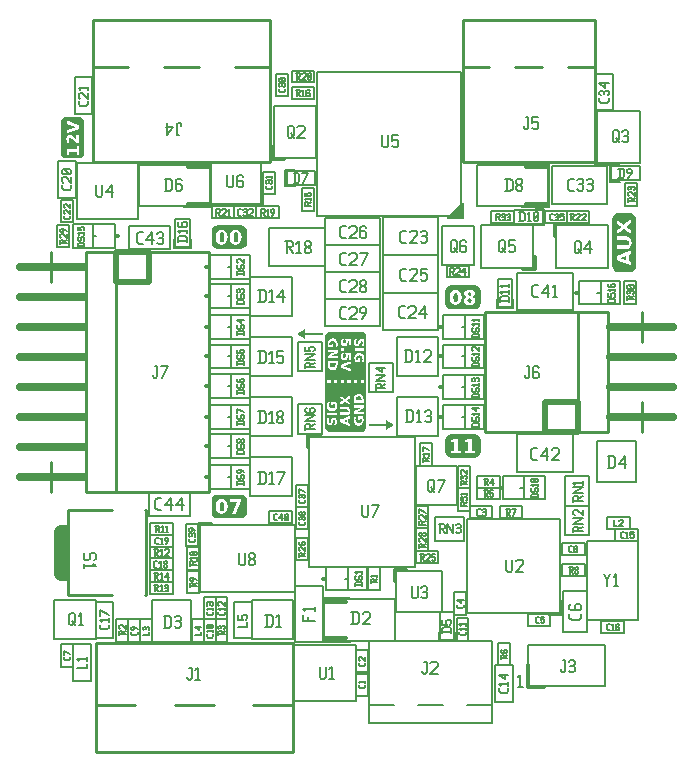
<source format=gbr>
G04 start of page 10 for group -4079 idx -4079 *
G04 Title: (unknown), topsilk *
G04 Creator: pcb 1.99z *
G04 CreationDate: Wed 03 Sep 2014 19:39:49 GMT UTC *
G04 For: rbarlow *
G04 Format: Gerber/RS-274X *
G04 PCB-Dimensions (mm): 70.00 74.00 *
G04 PCB-Coordinate-Origin: lower left *
%MOMM*%
%FSLAX43Y43*%
%LNTOPSILK*%
%ADD145C,1.250*%
%ADD144C,0.500*%
%ADD143C,0.640*%
%ADD142C,0.250*%
%ADD141C,0.350*%
%ADD140C,0.300*%
%ADD139C,0.200*%
%ADD138C,0.150*%
%ADD137C,0.002*%
G54D137*G36*
X11790Y59031D02*X12034Y58943D01*
X11790Y58855D01*
Y59031D01*
G37*
G36*
Y59790D02*X12280D01*
X12474Y59750D01*
X12635Y59642D01*
X12744Y59482D01*
X12784Y59287D01*
Y56792D01*
X12744Y56596D01*
X12635Y56436D01*
X12474Y56327D01*
X12280Y56289D01*
X11790D01*
Y56836D01*
X12122D01*
Y56597D01*
X12306D01*
Y57321D01*
X12122D01*
Y57082D01*
X11790D01*
Y57888D01*
X12111Y57532D01*
X12306D01*
Y58273D01*
X12111D01*
Y57824D01*
X11917Y58044D01*
X11808Y58160D01*
X11790Y58176D01*
Y58595D01*
X12306Y58784D01*
Y59103D01*
X11790Y59292D01*
Y59790D01*
G37*
G36*
X10780Y56792D02*Y59287D01*
X10819Y59482D01*
X10928Y59642D01*
X11088Y59750D01*
X11285Y59790D01*
X11790D01*
Y59292D01*
X11273Y59482D01*
Y59217D01*
X11790Y59031D01*
Y58855D01*
X11273Y58670D01*
Y58405D01*
X11790Y58595D01*
Y58176D01*
X11726Y58229D01*
X11564Y58273D01*
X11433Y58245D01*
X11335Y58167D01*
X11275Y58041D01*
X11256Y57876D01*
X11273Y57708D01*
X11318Y57532D01*
X11549D01*
X11468Y57691D01*
X11442Y57824D01*
X11486Y57956D01*
X11600Y58000D01*
X11688Y57982D01*
X11777Y57902D01*
X11790Y57888D01*
Y57082D01*
X11273D01*
Y56836D01*
X11328Y56597D01*
X11505D01*
X11461Y56836D01*
X11790D01*
Y56289D01*
X11285D01*
X11088Y56327D01*
X10928Y56436D01*
X10819Y56596D01*
X10780Y56792D01*
G37*
G36*
X25590Y27187D02*X25723D01*
X25590Y26900D01*
Y27187D01*
G37*
G36*
Y27805D02*X26049D01*
X26244Y27766D01*
X26403Y27657D01*
X26512Y27498D01*
X26552Y27302D01*
Y26305D01*
X26512Y26111D01*
X26403Y25951D01*
X26244Y25842D01*
X26049Y25802D01*
X25590D01*
Y26229D01*
X26058Y27238D01*
Y27415D01*
X25590D01*
Y27805D01*
G37*
G36*
X24422D02*X25590D01*
Y27415D01*
X25123D01*
Y27187D01*
X25590D01*
Y26900D01*
X25264Y26191D01*
X25572D01*
X25590Y26229D01*
Y25802D01*
X24422D01*
Y26166D01*
X24426Y26165D01*
X24638Y26207D01*
X24796Y26332D01*
X24896Y26532D01*
X24929Y26797D01*
X24896Y27073D01*
X24796Y27276D01*
X24638Y27401D01*
X24426Y27444D01*
X24422Y27443D01*
Y27805D01*
G37*
G36*
X24057D02*X24422D01*
Y27443D01*
X24208Y27401D01*
X24047Y27276D01*
X23948Y27073D01*
X23915Y26797D01*
X23948Y26532D01*
X24047Y26332D01*
X24208Y26207D01*
X24422Y26166D01*
Y25802D01*
X24057D01*
X23861Y25842D01*
X23701Y25951D01*
X23592Y26111D01*
X23554Y26305D01*
Y27302D01*
X23592Y27498D01*
X23701Y27657D01*
X23861Y27766D01*
X24057Y27805D01*
G37*
G36*
X24426Y27223D02*X24511Y27204D01*
X24568Y27135D01*
X24600Y27007D01*
X24612Y26808D01*
X24600Y26606D01*
X24568Y26474D01*
X24511Y26400D01*
X24426Y26376D01*
X24336Y26400D01*
X24277Y26474D01*
X24242Y26606D01*
X24233Y26808D01*
X24242Y27007D01*
X24277Y27135D01*
X24336Y27204D01*
X24426Y27223D01*
G37*
G36*
X45439Y32909D02*X45849D01*
X46044Y32870D01*
X46203Y32762D01*
X46312Y32602D01*
X46352Y32406D01*
Y31410D01*
X46312Y31215D01*
X46203Y31056D01*
X46044Y30947D01*
X45849Y30907D01*
X45439D01*
Y31286D01*
X45875D01*
Y31506D01*
X45593D01*
Y32520D01*
X45439D01*
Y32909D01*
G37*
G36*
X44258D02*X45439D01*
Y32520D01*
X45284D01*
X45003Y32457D01*
Y32247D01*
X45294Y32300D01*
Y31506D01*
X45012D01*
Y31286D01*
X45439D01*
Y30907D01*
X44258D01*
Y31286D01*
X44695D01*
Y31506D01*
X44412D01*
Y32520D01*
X44258D01*
Y32909D01*
G37*
G36*
X43857D02*X44258D01*
Y32520D01*
X44112D01*
X43821Y32457D01*
Y32247D01*
X44112Y32300D01*
Y31506D01*
X43829D01*
Y31286D01*
X44258D01*
Y30907D01*
X43857D01*
X43661Y30947D01*
X43501Y31056D01*
X43392Y31215D01*
X43354Y31410D01*
Y32406D01*
X43392Y32602D01*
X43501Y32762D01*
X43661Y32870D01*
X43857Y32909D01*
G37*
G36*
X25607Y50607D02*X26052D01*
X26247Y50569D01*
X26407Y50460D01*
X26515Y50300D01*
X26555Y50104D01*
Y49108D01*
X26515Y48914D01*
X26407Y48754D01*
X26247Y48645D01*
X26052Y48605D01*
X25607D01*
Y48968D01*
X25819Y49010D01*
X25982Y49134D01*
X26081Y49334D01*
X26114Y49600D01*
X26081Y49876D01*
X25982Y50078D01*
X25819Y50204D01*
X25607Y50245D01*
Y50607D01*
G37*
G36*
X24425D02*X25607D01*
Y50245D01*
X25603Y50246D01*
X25390Y50204D01*
X25232Y50078D01*
X25133Y49876D01*
X25100Y49600D01*
X25133Y49334D01*
X25232Y49134D01*
X25390Y49010D01*
X25603Y48967D01*
X25607Y48968D01*
Y48605D01*
X24425D01*
Y48968D01*
X24430Y48967D01*
X24641Y49010D01*
X24800Y49134D01*
X24899Y49334D01*
X24932Y49600D01*
X24899Y49876D01*
X24800Y50078D01*
X24641Y50204D01*
X24430Y50246D01*
X24425Y50245D01*
Y50607D01*
G37*
G36*
X24060D02*X24425D01*
Y50245D01*
X24211Y50204D01*
X24050Y50078D01*
X23951Y49876D01*
X23918Y49600D01*
X23951Y49334D01*
X24050Y49134D01*
X24211Y49010D01*
X24425Y48968D01*
Y48605D01*
X24060D01*
X23864Y48645D01*
X23704Y48754D01*
X23595Y48914D01*
X23557Y49108D01*
Y50104D01*
X23595Y50300D01*
X23704Y50460D01*
X23864Y50569D01*
X24060Y50607D01*
G37*
G36*
X25603Y50026D02*X25693Y50006D01*
X25753Y49938D01*
X25785Y49809D01*
X25798Y49611D01*
X25785Y49408D01*
X25753Y49276D01*
X25691Y49203D01*
X25603Y49178D01*
X25518Y49203D01*
X25461Y49276D01*
X25428Y49408D01*
X25417Y49611D01*
X25428Y49809D01*
X25461Y49938D01*
X25518Y50006D01*
X25603Y50026D01*
G37*
G36*
X24430D02*X24514Y50006D01*
X24571Y49938D01*
X24603Y49809D01*
X24615Y49611D01*
X24603Y49408D01*
X24571Y49276D01*
X24514Y49203D01*
X24430Y49178D01*
X24340Y49203D01*
X24280Y49276D01*
X24247Y49408D01*
X24236Y49611D01*
X24247Y49809D01*
X24280Y49938D01*
X24340Y50006D01*
X24430Y50026D01*
G37*
G36*
X30795Y41401D02*X31487Y41800D01*
Y41504D01*
X32951D01*
Y41302D01*
X31487D01*
Y41001D01*
X30795Y41401D01*
G37*
G36*
X39018Y33700D02*X38326Y33301D01*
Y33605D01*
X36860D01*
Y33799D01*
X38326D01*
Y34101D01*
X39018Y33700D01*
G37*
G36*
X34875Y35040D02*X34954D01*
X35104Y35006D01*
X35148Y34900D01*
X35104Y34785D01*
X34954Y34758D01*
X34875D01*
Y35040D01*
G37*
G36*
X36004Y35164D02*X36154D01*
X36004Y35084D01*
Y35164D01*
G37*
G36*
Y34114D02*X36100D01*
Y34246D01*
X36259D01*
X36268Y34194D01*
X36277Y34132D01*
X36259Y34022D01*
X36206Y33938D01*
X36120Y33891D01*
X36004Y33876D01*
X36004Y33876D01*
Y34114D01*
G37*
G36*
X36312Y40796D02*X36321Y40791D01*
X36339Y40677D01*
X36321Y40552D01*
X36312Y40525D01*
Y40796D01*
G37*
G36*
Y39401D02*X36339Y39327D01*
X36321Y39195D01*
X36312Y39174D01*
Y39401D01*
G37*
G36*
Y41571D02*X36348Y41564D01*
X36508Y41455D01*
X36616Y41295D01*
X36656Y41099D01*
Y33603D01*
X36616Y33409D01*
X36508Y33249D01*
X36348Y33140D01*
X36312Y33132D01*
Y33779D01*
X36312Y33780D01*
X36398Y33921D01*
X36427Y34106D01*
X36409Y34282D01*
X36357Y34441D01*
X36312D01*
Y34626D01*
X36419D01*
Y34830D01*
X36312D01*
Y35072D01*
X36419Y35128D01*
Y35367D01*
X36312D01*
Y35579D01*
X36419D01*
Y35800D01*
X36410Y35964D01*
X36391Y36081D01*
X36312Y36212D01*
Y37263D01*
X36453D01*
Y37546D01*
X36312D01*
Y39053D01*
X36435D01*
X36479Y39195D01*
X36497Y39354D01*
X36468Y39544D01*
X36383Y39688D01*
X36312Y39737D01*
Y39971D01*
X36479D01*
Y40182D01*
X36312D01*
Y40420D01*
X36453D01*
X36479Y40570D01*
X36497Y40711D01*
X36478Y40843D01*
X36427Y40941D01*
X36348Y41000D01*
X36312Y41007D01*
Y41571D01*
G37*
G36*
Y40182D02*X36004D01*
Y40406D01*
X36066Y40430D01*
X36154Y40623D01*
X36170Y40711D01*
X36206Y40799D01*
X36250Y40827D01*
X36312Y40796D01*
Y40525D01*
X36277Y40420D01*
X36312D01*
Y40182D01*
G37*
G36*
Y39737D02*X36245Y39782D01*
X36066Y39812D01*
X36004Y39801D01*
Y39971D01*
X36312D01*
Y39737D01*
G37*
G36*
Y36212D02*X36295Y36240D01*
X36170Y36319D01*
X36004Y36355D01*
X36004Y36355D01*
Y39027D01*
X36110D01*
Y39354D01*
X36004D01*
Y39582D01*
X36066Y39592D01*
X36182Y39574D01*
X36268Y39520D01*
X36312Y39401D01*
Y39174D01*
X36259Y39053D01*
X36312D01*
Y37546D01*
X36170D01*
Y37263D01*
X36312D01*
Y36212D01*
G37*
G36*
Y35367D02*X36004D01*
Y35579D01*
X36312D01*
Y35367D01*
G37*
G36*
Y34830D02*X36004D01*
Y34909D01*
X36312Y35072D01*
Y34830D01*
G37*
G36*
Y34441D02*X36004D01*
Y34626D01*
X36312D01*
Y34441D01*
G37*
G36*
Y33132D02*X36154Y33100D01*
X36004D01*
Y33655D01*
X36004Y33655D01*
X36178Y33688D01*
X36312Y33779D01*
Y33132D01*
G37*
G36*
X36004Y41602D02*X36154D01*
X36312Y41571D01*
Y41007D01*
X36242Y41020D01*
X36082Y40967D01*
X36004Y40802D01*
Y41602D01*
G37*
G36*
Y39354D02*X35968D01*
Y39221D01*
X35810D01*
X35801Y39274D01*
X35792Y39336D01*
X35862Y39520D01*
X35949Y39573D01*
X36004Y39582D01*
Y39354D01*
G37*
G36*
Y34830D02*X35854D01*
X36004Y34909D01*
Y34830D01*
G37*
G36*
X35748Y33737D02*X35823Y33687D01*
X36004Y33655D01*
Y33100D01*
X35748D01*
Y33737D01*
G37*
G36*
Y34626D02*X36004D01*
Y34441D01*
X35960D01*
Y34114D01*
X36004D01*
Y33876D01*
X35801Y33947D01*
X35748Y34090D01*
Y34274D01*
X35810Y34415D01*
X35748D01*
Y34626D01*
G37*
G36*
Y35164D02*X36004D01*
Y35084D01*
X35748Y34948D01*
Y35164D01*
G37*
G36*
Y35579D02*X36004D01*
Y35367D01*
X35748D01*
Y35579D01*
G37*
G36*
Y39027D02*X36004D01*
Y36355D01*
X35836Y36319D01*
X35748Y36263D01*
Y37263D01*
X35890D01*
Y37546D01*
X35748D01*
Y39027D01*
G37*
G36*
Y39971D02*X36004D01*
Y39801D01*
X35890Y39781D01*
X35757Y39688D01*
X35748Y39674D01*
Y39971D01*
G37*
G36*
Y40422D02*X35787Y40393D01*
X35906Y40368D01*
X36004Y40406D01*
Y40182D01*
X35748D01*
Y40422D01*
G37*
G36*
Y41602D02*X36004D01*
Y40802D01*
X35994Y40782D01*
X35978Y40703D01*
X35942Y40596D01*
X35880Y40578D01*
X35818Y40614D01*
X35792Y40720D01*
X35818Y40861D01*
X35880Y41011D01*
X35748D01*
Y41602D01*
G37*
G36*
Y34090D02*X35730Y34140D01*
X35748Y34273D01*
X35748Y34274D01*
Y34090D01*
G37*
G36*
X35183Y41602D02*X35748D01*
Y41011D01*
X35695D01*
X35651Y40853D01*
X35641Y40694D01*
X35655Y40554D01*
X35703Y40456D01*
X35748Y40422D01*
Y40182D01*
X35659D01*
Y39971D01*
X35748D01*
Y39674D01*
X35670Y39548D01*
X35641Y39362D01*
X35659Y39185D01*
X35721Y39027D01*
X35748D01*
Y37546D01*
X35607D01*
Y37263D01*
X35748D01*
Y36263D01*
X35713Y36240D01*
X35615Y36081D01*
X35589Y35800D01*
Y35579D01*
X35748D01*
Y35367D01*
X35589D01*
Y35164D01*
X35748D01*
Y34948D01*
X35589Y34864D01*
Y34626D01*
X35748D01*
Y34415D01*
X35633D01*
X35589Y34273D01*
X35581Y34114D01*
X35604Y33924D01*
X35686Y33780D01*
X35748Y33737D01*
Y33100D01*
X35183D01*
Y33642D01*
X35289Y33603D01*
Y33823D01*
X35183Y33855D01*
Y34218D01*
X35289Y34256D01*
Y34467D01*
X35183Y34429D01*
Y34605D01*
X35218Y34626D01*
X35279Y34740D01*
X35298Y34900D01*
X35279Y35055D01*
X35218Y35164D01*
X35183Y35185D01*
Y35448D01*
X35289Y35375D01*
Y35596D01*
X35183Y35668D01*
Y35911D01*
X35289Y35984D01*
Y36205D01*
X35183Y36132D01*
Y37263D01*
X35324D01*
Y37546D01*
X35183D01*
Y38296D01*
X35351Y38233D01*
Y38445D01*
X35183Y38506D01*
Y38826D01*
X35351Y38886D01*
Y39097D01*
X35183Y39034D01*
Y39600D01*
X35192D01*
Y39239D01*
X35351D01*
Y39768D01*
X35183D01*
Y40809D01*
X35192D01*
Y40456D01*
X35351D01*
Y40985D01*
X35183D01*
Y41602D01*
G37*
G36*
Y39768D02*X34883D01*
X34928Y39652D01*
X34936Y39556D01*
X34902Y39432D01*
X34875Y39421D01*
Y40409D01*
X34915Y40418D01*
X35007Y40482D01*
X35061Y40580D01*
X35078Y40711D01*
Y40765D01*
X35068Y40809D01*
X35183D01*
Y39768D01*
G37*
G36*
Y39034D02*X34875Y38918D01*
Y39193D01*
X34915Y39201D01*
X35007Y39265D01*
X35061Y39363D01*
X35078Y39494D01*
Y39548D01*
X35068Y39600D01*
X35183D01*
Y39034D01*
G37*
G36*
Y38506D02*X34875Y38618D01*
Y38714D01*
X35183Y38826D01*
Y38506D01*
G37*
G36*
Y36132D02*X34875Y35920D01*
Y38412D01*
X35183Y38296D01*
Y37546D01*
X35042D01*
Y37263D01*
X35183D01*
Y36132D01*
G37*
G36*
Y35668D02*X35007Y35790D01*
X35183Y35911D01*
Y35668D01*
G37*
G36*
Y35185D02*X35108Y35230D01*
X34954Y35252D01*
X34875D01*
Y35661D01*
X35183Y35448D01*
Y35185D01*
G37*
G36*
Y34429D02*X34875Y34318D01*
Y34537D01*
X34954D01*
X35108Y34561D01*
X35183Y34605D01*
Y34429D01*
G37*
G36*
Y33855D02*X35140Y33868D01*
Y34202D01*
X35183Y34218D01*
Y33855D01*
G37*
G36*
Y33100D02*X34875D01*
Y33757D01*
X35183Y33642D01*
Y33100D01*
G37*
G36*
X34875Y41602D02*X35183D01*
Y40985D01*
X34883D01*
X34928Y40871D01*
X34936Y40773D01*
X34902Y40650D01*
X34875Y40639D01*
Y41602D01*
G37*
G36*
Y38618D02*X34743Y38666D01*
X34875Y38714D01*
Y38618D01*
G37*
G36*
X33746Y39873D02*X33966D01*
X33746Y39756D01*
Y39873D01*
G37*
G36*
Y35349D02*X33843D01*
Y35481D01*
X34002D01*
X34010Y35429D01*
X34019Y35367D01*
X34002Y35257D01*
X33949Y35173D01*
X33861Y35126D01*
X33746Y35110D01*
Y35349D01*
G37*
G36*
X34619Y33852D02*X34875Y33757D01*
Y33100D01*
X34619D01*
Y33852D01*
G37*
G36*
Y34537D02*X34875D01*
Y34318D01*
X34619Y34225D01*
Y34537D01*
G37*
G36*
Y35040D02*X34875D01*
Y34758D01*
X34619D01*
Y35040D01*
G37*
G36*
Y35495D02*X34865Y35667D01*
X34875Y35661D01*
Y35252D01*
X34619D01*
Y35495D01*
G37*
G36*
Y35861D02*X34725Y35790D01*
X34619Y35719D01*
Y35861D01*
G37*
G36*
Y38509D02*X34875Y38412D01*
Y35920D01*
X34865Y35914D01*
X34619Y36086D01*
Y37263D01*
X34760D01*
Y37546D01*
X34619D01*
Y38509D01*
G37*
G36*
Y39246D02*X34674Y39203D01*
X34795Y39177D01*
X34875Y39193D01*
Y38918D01*
X34619Y38822D01*
Y39246D01*
G37*
G36*
Y40456D02*X34674Y40416D01*
X34795Y40394D01*
X34875Y40409D01*
Y39421D01*
X34795Y39388D01*
X34689Y39432D01*
X34655Y39556D01*
X34671Y39670D01*
X34733Y39803D01*
X34619D01*
Y40005D01*
X34743D01*
Y40200D01*
X34619D01*
Y40456D01*
G37*
G36*
Y41602D02*X34875D01*
Y40639D01*
X34795Y40606D01*
X34689Y40650D01*
X34655Y40773D01*
X34671Y40887D01*
X34733Y41011D01*
X34619D01*
Y41602D01*
G37*
G36*
X34055Y40634D02*X34081Y40562D01*
X34064Y40430D01*
X34055Y40410D01*
Y40634D01*
G37*
G36*
Y41602D02*X34619D01*
Y41011D01*
X34566D01*
X34522Y40879D01*
X34513Y40738D01*
X34529Y40592D01*
X34583Y40482D01*
X34619Y40456D01*
Y40200D01*
X34531D01*
Y40005D01*
X34619D01*
Y39803D01*
X34566D01*
X34522Y39662D01*
X34513Y39520D01*
X34529Y39380D01*
X34583Y39274D01*
X34619Y39246D01*
Y38822D01*
X34531Y38789D01*
Y38542D01*
X34619Y38509D01*
Y37546D01*
X34478D01*
Y37263D01*
X34619D01*
Y36086D01*
X34460Y36196D01*
Y35966D01*
X34619Y35861D01*
Y35719D01*
X34460Y35614D01*
Y35385D01*
X34619Y35495D01*
Y35252D01*
X34460D01*
Y35040D01*
X34619D01*
Y34758D01*
X34460D01*
Y34537D01*
X34619D01*
Y34225D01*
X34460Y34168D01*
Y33912D01*
X34619Y33852D01*
Y33100D01*
X34055D01*
Y33691D01*
X34116D01*
X34160Y33850D01*
X34170Y34000D01*
X34154Y34144D01*
X34108Y34246D01*
X34055Y34287D01*
Y34521D01*
X34160D01*
Y34731D01*
X34055D01*
Y35016D01*
X34141Y35156D01*
X34170Y35341D01*
X34152Y35517D01*
X34098Y35676D01*
X34055D01*
Y37263D01*
X34196D01*
Y37546D01*
X34055D01*
Y38431D01*
X34108Y38462D01*
X34196Y38622D01*
X34222Y38903D01*
Y39123D01*
X34055D01*
Y39336D01*
X34222D01*
Y39538D01*
X34055D01*
Y39750D01*
X34222Y39839D01*
Y40067D01*
X34055D01*
Y40288D01*
X34178D01*
X34222Y40430D01*
X34240Y40588D01*
X34211Y40778D01*
X34126Y40923D01*
X34055Y40971D01*
Y41602D01*
G37*
G36*
Y40067D02*X33746D01*
Y40262D01*
X33851D01*
Y40588D01*
X33746D01*
Y40817D01*
X33807Y40827D01*
X33923Y40809D01*
X34010Y40755D01*
X34055Y40634D01*
Y40410D01*
X34002Y40288D01*
X34055D01*
Y40067D01*
G37*
G36*
Y39538D02*X33746D01*
Y39585D01*
X34055Y39750D01*
Y39538D01*
G37*
G36*
Y39123D02*X33746D01*
Y39336D01*
X34055D01*
Y39123D01*
G37*
G36*
Y35676D02*X33746D01*
Y38361D01*
X33807Y38348D01*
X33975Y38384D01*
X34055Y38431D01*
Y37546D01*
X33913D01*
Y37263D01*
X34055D01*
Y35676D01*
G37*
G36*
Y34731D02*X33746D01*
Y34890D01*
X33920Y34923D01*
X34054Y35014D01*
X34055Y35016D01*
Y34731D01*
G37*
G36*
Y34287D02*X34022Y34311D01*
X33905Y34335D01*
X33746Y34273D01*
Y34521D01*
X34055D01*
Y34287D01*
G37*
G36*
Y33100D02*X33746D01*
Y33771D01*
X33817Y33920D01*
X33833Y34000D01*
X33869Y34096D01*
X33931Y34124D01*
X33993Y34088D01*
X34019Y33982D01*
X34002Y33841D01*
X33931Y33691D01*
X34055D01*
Y33100D01*
G37*
G36*
X33746Y41602D02*X34055D01*
Y40971D01*
X33986Y41017D01*
X33807Y41047D01*
X33746Y41036D01*
Y41602D01*
G37*
G36*
Y40588D02*X33711D01*
Y40456D01*
X33552D01*
X33543Y40508D01*
X33534Y40570D01*
X33605Y40755D01*
X33690Y40807D01*
X33746Y40817D01*
Y40588D01*
G37*
G36*
Y39538D02*X33657D01*
X33746Y39585D01*
Y39538D01*
G37*
G36*
X33499Y33696D02*X33569Y33683D01*
X33729Y33735D01*
X33746Y33771D01*
Y33100D01*
X33657D01*
X33499Y33132D01*
Y33696D01*
G37*
G36*
Y34521D02*X33746D01*
Y34273D01*
X33745Y34273D01*
X33657Y34080D01*
X33640Y33992D01*
X33613Y33894D01*
X33561Y33876D01*
X33499Y33907D01*
Y34167D01*
X33534Y34273D01*
X33499D01*
Y34521D01*
G37*
G36*
Y34966D02*X33565Y34922D01*
X33745Y34890D01*
X33746Y34890D01*
Y34731D01*
X33499D01*
Y34966D01*
G37*
G36*
Y38493D02*X33516Y38462D01*
X33640Y38384D01*
X33746Y38361D01*
Y35676D01*
X33701D01*
Y35349D01*
X33746D01*
Y35110D01*
X33745Y35110D01*
X33628Y35130D01*
X33543Y35182D01*
X33499Y35302D01*
Y35528D01*
X33552Y35649D01*
X33499D01*
Y37263D01*
X33640D01*
Y37546D01*
X33499D01*
Y38493D01*
G37*
G36*
Y39336D02*X33746D01*
Y39123D01*
X33499D01*
Y39336D01*
G37*
G36*
Y39873D02*X33746D01*
Y39756D01*
X33499Y39625D01*
Y39873D01*
G37*
G36*
Y40262D02*X33746D01*
Y40067D01*
X33499D01*
Y40262D01*
G37*
G36*
X33657Y41602D02*X33746D01*
Y41036D01*
X33632Y41015D01*
X33499Y40924D01*
Y41571D01*
X33657Y41602D01*
G37*
G36*
X33499Y33907D02*X33490Y33912D01*
X33472Y34026D01*
X33490Y34140D01*
X33499Y34167D01*
Y33907D01*
G37*
G36*
Y35302D02*X33472Y35375D01*
X33490Y35507D01*
X33499Y35528D01*
Y35302D01*
G37*
G36*
Y40924D02*X33499Y40923D01*
X33412Y40782D01*
X33384Y40596D01*
X33402Y40420D01*
X33464Y40262D01*
X33499D01*
Y40067D01*
X33402D01*
Y39873D01*
X33499D01*
Y39625D01*
X33402Y39574D01*
Y39336D01*
X33499D01*
Y39123D01*
X33402D01*
Y38903D01*
X33408Y38740D01*
X33428Y38622D01*
X33499Y38493D01*
Y37546D01*
X33358D01*
Y37263D01*
X33499D01*
Y35649D01*
X33376D01*
X33332Y35507D01*
X33322Y35349D01*
X33346Y35159D01*
X33428Y35014D01*
X33499Y34966D01*
Y34731D01*
X33332D01*
Y34521D01*
X33499D01*
Y34273D01*
X33358D01*
X33332Y34132D01*
X33322Y33992D01*
X33336Y33861D01*
X33384Y33761D01*
X33461Y33704D01*
X33499Y33696D01*
Y33132D01*
X33461Y33140D01*
X33302Y33249D01*
X33194Y33409D01*
X33156Y33603D01*
Y41099D01*
X33194Y41295D01*
X33302Y41455D01*
X33461Y41564D01*
X33499Y41571D01*
Y40924D01*
G37*
G36*
X34980Y34150D02*Y33920D01*
X34655Y34036D01*
X34980Y34150D01*
G37*
G36*
X36004Y36134D02*X36188Y36064D01*
X36235Y35977D01*
X36250Y35860D01*
Y35790D01*
X35748D01*
Y35860D01*
X35765Y35979D01*
X35818Y36064D01*
X36004Y36134D01*
G37*
G36*
X33561Y38912D02*X34064D01*
Y38832D01*
X34044Y38721D01*
X33993Y38638D01*
X33807Y38568D01*
X33623Y38638D01*
X33574Y38721D01*
X33561Y38832D01*
Y38912D01*
G37*
G36*
X58486Y49355D02*X58607D01*
X58738Y49341D01*
X58827Y49302D01*
X58874Y49239D01*
X58889Y49142D01*
X58874Y49043D01*
X58827Y48976D01*
X58738Y48936D01*
X58607Y48922D01*
X58486D01*
Y49355D01*
G37*
G36*
Y51656D02*X58996D01*
X59190Y51616D01*
X59351Y51509D01*
X59460Y51349D01*
X59500Y51154D01*
Y47150D01*
X59460Y46954D01*
X59351Y46794D01*
X59190Y46686D01*
X58996Y46647D01*
X58486D01*
Y47432D01*
X59103Y47202D01*
Y47521D01*
X58882Y47599D01*
Y48102D01*
X59103Y48182D01*
Y48499D01*
X58486Y48270D01*
Y48605D01*
X58607D01*
X58834Y48638D01*
X58996Y48737D01*
X59093Y48906D01*
X59128Y49142D01*
X59093Y49375D01*
X58996Y49540D01*
X58834Y49639D01*
X58607Y49672D01*
X58486D01*
Y50282D01*
X59103Y49858D01*
Y50193D01*
X58677Y50483D01*
X59103Y50766D01*
Y51101D01*
X58486Y50677D01*
Y51656D01*
G37*
G36*
X57496Y47150D02*Y51154D01*
X57535Y51349D01*
X57644Y51509D01*
X57804Y51616D01*
X58001Y51656D01*
X58486D01*
Y50677D01*
X58475Y50670D01*
X57868Y51083D01*
Y50748D01*
X58265Y50483D01*
X57868Y50211D01*
Y49876D01*
X58475Y50289D01*
X58486Y50282D01*
Y49672D01*
X57868D01*
Y49355D01*
X58486D01*
Y48922D01*
X57868D01*
Y48605D01*
X58486D01*
Y48270D01*
X57868Y48040D01*
Y47661D01*
X58486Y47432D01*
Y46647D01*
X58001D01*
X57804Y46686D01*
X57644Y46794D01*
X57535Y46954D01*
X57496Y47150D01*
G37*
G36*
X58158Y47856D02*X58651Y48024D01*
Y47679D01*
X58158Y47856D01*
G37*
G36*
X45398Y44439D02*X45539Y44389D01*
X45583Y44248D01*
X45539Y44106D01*
X45398Y44062D01*
X45266Y44106D01*
X45212Y44248D01*
X45266Y44389D01*
X45398Y44439D01*
G37*
G36*
Y44944D02*X45513Y44900D01*
X45557Y44793D01*
X45513Y44679D01*
X45398Y44636D01*
X45284Y44679D01*
X45240Y44793D01*
X45284Y44900D01*
X45398Y44944D01*
G37*
G36*
X45398Y45509D02*X45848D01*
X46042Y45470D01*
X46202Y45362D01*
X46311Y45201D01*
X46351Y45006D01*
Y44010D01*
X46311Y43815D01*
X46202Y43656D01*
X46042Y43547D01*
X45848Y43507D01*
X45398D01*
Y43860D01*
X45398Y43860D01*
X45608Y43884D01*
X45760Y43954D01*
X45852Y44072D01*
X45883Y44230D01*
X45822Y44433D01*
X45627Y44547D01*
X45804Y44645D01*
X45857Y44821D01*
X45828Y44959D01*
X45742Y45057D01*
X45597Y45123D01*
X45398Y45145D01*
X45398Y45145D01*
Y45509D01*
G37*
G36*
X44220D02*X45398D01*
Y45145D01*
X45199Y45123D01*
X45054Y45057D01*
X44967Y44959D01*
X44940Y44821D01*
X45002Y44645D01*
X45168Y44547D01*
X44975Y44433D01*
X44913Y44230D01*
X44944Y44072D01*
X45036Y43954D01*
X45188Y43884D01*
X45398Y43860D01*
Y43507D01*
X44220D01*
Y43861D01*
X44226Y43860D01*
X44437Y43902D01*
X44595Y44028D01*
X44694Y44230D01*
X44727Y44503D01*
X44694Y44777D01*
X44595Y44980D01*
X44437Y45105D01*
X44226Y45145D01*
X44220Y45144D01*
Y45509D01*
G37*
G36*
X43855D02*X44220D01*
Y45144D01*
X44007Y45105D01*
X43845Y44980D01*
X43746Y44777D01*
X43713Y44503D01*
X43746Y44230D01*
X43845Y44028D01*
X44007Y43902D01*
X44220Y43861D01*
Y43507D01*
X43855D01*
X43659Y43547D01*
X43500Y43656D01*
X43391Y43815D01*
X43352Y44010D01*
Y45006D01*
X43391Y45201D01*
X43500Y45362D01*
X43659Y45470D01*
X43855Y45509D01*
G37*
G36*
X44226Y44925D02*X44310Y44901D01*
X44366Y44830D01*
X44398Y44702D01*
X44410Y44503D01*
X44398Y44306D01*
X44366Y44175D01*
X44310Y44105D01*
X44226Y44080D01*
X44135Y44105D01*
X44075Y44175D01*
X44042Y44306D01*
X44032Y44503D01*
X44042Y44702D01*
X44075Y44830D01*
X44135Y44901D01*
X44226Y44925D01*
G37*
G54D138*X49500Y12343D02*X49703Y12546D01*
Y11530D01*
X49500D02*X49881D01*
X43450Y46200D02*X45350D01*
X43450Y47200D02*X45350D01*
Y46200D01*
X43450Y47200D02*Y46200D01*
G54D139*X43050Y50550D02*X45750D01*
X43050Y47250D02*X45750D01*
X43050Y50550D02*Y47250D01*
X45750Y50550D02*Y47250D01*
X46400Y47000D02*X50800D01*
X46400Y50600D02*X50800D01*
Y47000D01*
X46400Y50600D02*Y47000D01*
G54D140*X50900Y47900D02*Y46900D01*
X49900D02*X50900D01*
G54D138*X47250Y51800D02*X49150D01*
X47250Y50800D02*X49150D01*
X47250Y51800D02*Y50800D01*
X49150Y51800D02*Y50800D01*
G54D139*X52350Y55600D02*X57050D01*
X52350Y52400D02*X57050D01*
X52350Y55600D02*Y52400D01*
X57050Y55600D02*Y52400D01*
X46000Y55750D02*X52000D01*
X46000Y52250D02*X52000D01*
X46000Y55750D02*Y52250D01*
X52000Y55750D02*Y52250D01*
X52100Y55850D02*Y52150D01*
X49800Y55850D02*X52100D01*
G54D141*X50200Y55550D02*X51900D01*
G54D139*X49800Y52150D02*X52100D01*
G54D141*X50200Y52450D02*X51900D01*
G54D142*X44800Y68000D02*Y56000D01*
X56000Y68000D02*Y56000D01*
X44800D02*X56000D01*
X44800Y68000D02*X56000D01*
X53760Y64000D02*X56000D01*
X49280D02*X51520D01*
X44800D02*X47040D01*
G54D139*X57550Y63450D02*Y60350D01*
X56050Y63450D02*Y60350D01*
Y63450D02*X57550D01*
X56050Y60350D02*X57550D01*
G54D138*X58600Y54150D02*Y52250D01*
X59600Y54150D02*Y52250D01*
X58600D02*X59600D01*
X58600Y54150D02*X59600D01*
G54D139*X56200Y60300D02*Y55900D01*
X59800Y60300D02*Y55900D01*
X56200D02*X59800D01*
X56200Y60300D02*X59800D01*
G54D140*X56100Y55800D02*X57100D01*
X56100Y56800D02*Y55800D01*
G54D138*X57400Y54400D02*X59800D01*
X57400Y55600D02*X59800D01*
Y54400D01*
X57400Y55600D02*Y54400D01*
X57300Y55700D02*Y54300D01*
X58100D01*
X57300Y55700D02*X58100D01*
G54D139*X33150Y42050D02*X37850D01*
X33150Y44350D02*X37850D01*
Y42050D01*
X33150Y44350D02*Y42050D01*
Y44350D02*X37850D01*
X33150Y46650D02*X37850D01*
Y44350D01*
X33150Y46650D02*Y44350D01*
G54D138*X31200Y53750D02*Y51850D01*
X32200Y53750D02*Y51850D01*
X31200D02*X32200D01*
X31200Y53750D02*X32200D01*
X32480Y51420D02*X44680D01*
X32480Y63620D02*X44680D01*
X32480D02*Y51420D01*
X44680Y63620D02*Y51420D01*
X44880Y52520D02*Y51220D01*
X43580D02*X44880D01*
Y52520D02*X43580Y51220D01*
X44880Y52320D02*X43780Y51220D01*
X44880Y52120D02*X43980Y51220D01*
X44880Y51920D02*X44180Y51220D01*
X44880Y51720D02*X44380Y51220D01*
X44880Y51520D02*X44580Y51220D01*
X44880Y51320D02*X44780Y51220D01*
G54D139*X33150Y46650D02*X37850D01*
X33150Y48950D02*X37850D01*
Y46650D01*
X33150Y48950D02*Y46650D01*
Y48950D02*X37850D01*
X33150Y51250D02*X37850D01*
Y48950D01*
X33150Y51250D02*Y48950D01*
X38050Y51300D02*X42750D01*
X38050Y48100D02*X42750D01*
X38050Y51300D02*Y48100D01*
X42750Y51300D02*Y48100D01*
X38050D02*X42750D01*
X38050Y44900D02*X42750D01*
X38050Y48100D02*Y44900D01*
X42750Y48100D02*Y44900D01*
X38050D02*X42750D01*
X38050Y41700D02*X42750D01*
X38050Y44900D02*Y41700D01*
X42750Y44900D02*Y41700D01*
X43150Y43000D02*X46650D01*
X43150Y41000D02*X46650D01*
X43150Y43000D02*Y41000D01*
X46650Y43000D02*Y41000D01*
G54D140*X42900Y42000D02*X43050D01*
G54D139*X45025Y43000D02*Y41000D01*
X44725Y42000D02*X45025D01*
G54D138*X51750Y51800D02*X53650D01*
X51750Y50800D02*X53650D01*
X51750Y51800D02*Y50800D01*
X53650Y51800D02*Y50800D01*
X55550D01*
X53650Y51800D02*X55550D01*
Y50800D01*
X53650Y51800D02*Y50800D01*
G54D139*X52700Y50600D02*X57100D01*
X52700Y47000D02*X57100D01*
X52700Y50600D02*Y47000D01*
X57100Y50600D02*Y47000D01*
G54D140*X52600Y50700D02*Y49700D01*
Y50700D02*X53600D01*
G54D138*X49200Y51900D02*X51600D01*
X49200Y50700D02*X51600D01*
X49200Y51900D02*Y50700D01*
X51600Y51900D02*Y50700D01*
X51700Y52000D02*Y50600D01*
X50900Y52000D02*X51700D01*
X50900Y50600D02*X51700D01*
X49000Y46100D02*Y43700D01*
X47800Y46100D02*Y43700D01*
Y46100D02*X49000D01*
X47800Y43700D02*X49000D01*
X47700Y43600D02*X49100D01*
Y44400D02*Y43600D01*
X47700Y44400D02*Y43600D01*
X58500Y45850D02*Y43950D01*
X59500Y45850D02*Y43950D01*
X58500D02*X59500D01*
X58500Y45850D02*X59500D01*
G54D139*X54650Y45900D02*X58150D01*
X54650Y43900D02*X58150D01*
X54650Y45900D02*Y43900D01*
X58150Y45900D02*Y43900D01*
G54D140*X54400Y44900D02*X54550D01*
G54D139*X56525Y45900D02*Y43900D01*
X56225Y44900D02*X56525D01*
X49450Y43400D02*X54150D01*
X49450Y46600D02*X54150D01*
Y43400D01*
X49450Y46600D02*Y43400D01*
G54D138*X30350Y62700D02*X32250D01*
X30350Y63700D02*X32250D01*
Y62700D01*
X30350Y63700D02*Y62700D01*
Y62300D02*X32250D01*
X30350Y61300D02*X32250D01*
X30350Y62300D02*Y61300D01*
X32250Y62300D02*Y61300D01*
X30000Y63450D02*Y61550D01*
X29000Y63450D02*Y61550D01*
Y63450D02*X30000D01*
X29000Y61550D02*X30000D01*
G54D139*X28800Y60700D02*Y56300D01*
X32400Y60700D02*Y56300D01*
X28800D02*X32400D01*
X28800Y60700D02*X32400D01*
G54D140*X28700Y56200D02*X29700D01*
X28700Y57200D02*Y56200D01*
G54D138*X29900Y54000D02*X32300D01*
X29900Y55200D02*X32300D01*
Y54000D01*
X29900Y55200D02*Y54000D01*
X29800Y55300D02*Y53900D01*
X30600D01*
X29800Y55300D02*X30600D01*
G54D139*X23500Y52450D02*X27700D01*
X23500Y55950D02*X27700D01*
Y52450D01*
X23500Y55950D02*Y52450D01*
G54D140*X27800Y53350D02*Y52350D01*
X26800D02*X27800D01*
G54D139*X17400Y55750D02*X23400D01*
X17400Y52250D02*X23400D01*
X17400Y55750D02*Y52250D01*
X23400Y55750D02*Y52250D01*
X23500Y55850D02*Y52150D01*
X21200Y55850D02*X23500D01*
G54D141*X21600Y55550D02*X23300D01*
G54D139*X21200Y52150D02*X23500D01*
G54D141*X21600Y52450D02*X23300D01*
G54D138*X27900Y55150D02*Y53250D01*
X28900Y55150D02*Y53250D01*
X27900D02*X28900D01*
X27900Y55150D02*X28900D01*
G54D142*X13500Y68000D02*Y56000D01*
X28500Y68000D02*Y56000D01*
X13500D02*X28500D01*
X13500Y68000D02*X28500D01*
X25500Y64000D02*X28500D01*
X19500D02*X22500D01*
X13500D02*X16500D01*
G54D139*X11950Y63150D02*Y60050D01*
X13450Y63150D02*Y60050D01*
X11950D02*X13450D01*
X11950Y63150D02*X13450D01*
G54D138*X10800Y52750D02*Y50850D01*
X11800Y52750D02*Y50850D01*
X10800D02*X11800D01*
X10800Y52750D02*X11800D01*
G54D139*X12050Y56050D02*Y52950D01*
X10550Y56050D02*Y52950D01*
Y56050D02*X12050D01*
X10550Y52950D02*X12050D01*
X17325Y55900D02*Y51100D01*
X12125Y55900D02*Y51100D01*
Y55900D02*X17325D01*
X12125Y51100D02*X17325D01*
G54D138*X11500Y50650D02*Y48750D01*
X10500Y50650D02*Y48750D01*
Y50650D02*X11500D01*
X10500Y48750D02*X11500D01*
G54D139*X11850Y48700D02*X15350D01*
X11850Y50700D02*X15350D01*
Y48700D01*
X11850Y50700D02*Y48700D01*
G54D140*X15450Y49700D02*X15600D01*
G54D139*X13475Y50700D02*Y48700D01*
Y49700D02*X13775D01*
G54D138*X25450Y52200D02*X27350D01*
X25450Y51200D02*X27350D01*
X25450Y52200D02*Y51200D01*
X27350Y52200D02*Y51200D01*
X23550D02*X25450D01*
X23550Y52200D02*X25450D01*
Y51200D01*
X23550Y52200D02*Y51200D01*
X27350Y52200D02*X29250D01*
X27350Y51200D02*X29250D01*
X27350Y52200D02*Y51200D01*
X29250Y52200D02*Y51200D01*
G54D139*X23350Y45600D02*X26850D01*
X23350Y43600D02*X26850D01*
X23350Y45600D02*Y43600D01*
X26850Y45600D02*Y43600D01*
G54D140*X23100Y44600D02*X23250D01*
G54D139*X25225Y45600D02*Y43600D01*
X24925Y44600D02*X25225D01*
X23350Y48100D02*X26850D01*
X23350Y46100D02*X26850D01*
X23350Y48100D02*Y46100D01*
X26850Y48100D02*Y46100D01*
G54D140*X23100Y47100D02*X23250D01*
G54D139*X25225Y48100D02*Y46100D01*
X24925Y47100D02*X25225D01*
X28450Y50400D02*X33150D01*
X28450Y47200D02*X33150D01*
X28450Y50400D02*Y47200D01*
X33150Y50400D02*Y47200D01*
X30350Y41150D02*Y37850D01*
X26850Y41150D02*Y37850D01*
Y41150D02*X30350D01*
X26850Y37850D02*X30350D01*
Y46250D02*Y42950D01*
X26850Y46250D02*Y42950D01*
Y46250D02*X30350D01*
X26850Y42950D02*X30350D01*
X23350Y40500D02*X26850D01*
X23350Y38500D02*X26850D01*
X23350Y40500D02*Y38500D01*
X26850Y40500D02*Y38500D01*
G54D140*X23100Y39500D02*X23250D01*
G54D139*X25225Y40500D02*Y38500D01*
X24925Y39500D02*X25225D01*
X23350Y43000D02*X26850D01*
X23350Y41000D02*X26850D01*
X23350Y43000D02*Y41000D01*
X26850Y43000D02*Y41000D01*
G54D140*X23100Y42000D02*X23250D01*
G54D139*X25225Y43000D02*Y41000D01*
X24925Y42000D02*X25225D01*
X30350Y36050D02*Y32750D01*
X26850Y36050D02*Y32750D01*
Y36050D02*X30350D01*
X26850Y32750D02*X30350D01*
X23350Y32900D02*X26850D01*
X23350Y30900D02*X26850D01*
X23350Y32900D02*Y30900D01*
X26850Y32900D02*Y30900D01*
G54D140*X23100Y31900D02*X23250D01*
G54D139*X25225Y32900D02*Y30900D01*
X24925Y31900D02*X25225D01*
X23350Y35400D02*X26850D01*
X23350Y33400D02*X26850D01*
X23350Y35400D02*Y33400D01*
X26850Y35400D02*Y33400D01*
G54D140*X23100Y34400D02*X23250D01*
G54D139*X25225Y35400D02*Y33400D01*
X24925Y34400D02*X25225D01*
X23350Y38000D02*X26850D01*
X23350Y36000D02*X26850D01*
X23350Y38000D02*Y36000D01*
X26850Y38000D02*Y36000D01*
G54D140*X23100Y37000D02*X23250D01*
G54D139*X25225Y38000D02*Y36000D01*
X24925Y37000D02*X25225D01*
G54D142*X23310Y48350D02*Y28030D01*
X15440Y48350D02*Y28030D01*
X12900Y48350D02*X23310D01*
X12900Y28030D02*X23310D01*
X12900Y48350D02*Y28030D01*
X10000Y48350D02*Y45810D01*
Y30570D02*Y28030D01*
G54D143*X7360Y47080D02*X12710D01*
X7360Y44540D02*X12710D01*
X7360Y42000D02*X12710D01*
X7360Y39460D02*X12710D01*
X7360Y36920D02*X12710D01*
X7360Y34380D02*X12710D01*
X7360Y31840D02*X12710D01*
X7360Y29300D02*X12710D01*
G54D144*X15440Y48350D02*Y45810D01*
X18230Y48350D02*Y45810D01*
X15440Y48350D02*X18230D01*
X15440Y45810D02*X18230D01*
G54D138*X21700Y51180D02*Y48780D01*
X20500Y51180D02*Y48780D01*
Y51180D02*X21700D01*
X20500Y48780D02*X21700D01*
X20400Y48680D02*X21800D01*
Y49480D02*Y48680D01*
X20400Y49480D02*Y48680D01*
G54D139*X16550Y50580D02*X20050D01*
X16550Y48580D02*X20050D01*
X16550Y50580D02*Y48580D01*
X20050Y50580D02*Y48580D01*
G54D138*X40850Y23000D02*X42750D01*
X40850Y22000D02*X42750D01*
X40850Y23000D02*Y22000D01*
X42750Y23000D02*Y22000D01*
X40900Y26850D02*Y24950D01*
X41900Y26850D02*Y24950D01*
X40900D02*X41900D01*
X40900Y26850D02*X41900D01*
Y24950D02*Y23050D01*
X40900Y24950D02*Y23050D01*
Y24950D02*X41900D01*
X40900Y23050D02*X41900D01*
G54D139*X39150Y21350D02*X43050D01*
X39150Y17850D02*X43050D01*
X39150Y21350D02*Y17850D01*
X43050Y21350D02*Y17850D01*
G54D140*X39050Y21450D02*Y20450D01*
Y21450D02*X40050D01*
G54D139*X31800Y32700D02*X40800D01*
X31800Y21700D02*X40800D01*
X31800Y32700D02*Y21700D01*
X40800Y32700D02*Y21700D01*
G54D140*X31700Y32800D02*Y31800D01*
Y32800D02*X32700D01*
G54D138*X31700Y28650D02*Y26750D01*
X30700Y28650D02*Y26750D01*
Y28650D02*X31700D01*
X30700Y26750D02*X31700D01*
G54D139*X33250Y21700D02*X36750D01*
X33250Y19700D02*X36750D01*
X33250Y21700D02*Y19700D01*
X36750Y21700D02*Y19700D01*
G54D140*X33000Y20700D02*X33150D01*
G54D139*X35125Y21700D02*Y19700D01*
X34825Y20700D02*X35125D01*
G54D138*X37800Y21650D02*Y19750D01*
X36800Y21650D02*Y19750D01*
Y21650D02*X37800D01*
X36800Y19750D02*X37800D01*
X30700Y24150D02*Y22250D01*
X31700Y24150D02*Y22250D01*
X30700D02*X31700D01*
X30700Y24150D02*X31700D01*
G54D139*X40850Y30250D02*Y26950D01*
X44350Y30250D02*Y26950D01*
X40850D02*X44350D01*
X40850Y30250D02*X44350D01*
G54D138*X44950Y25900D02*Y23900D01*
X42450Y25900D02*Y23900D01*
Y25900D02*X44950D01*
X42450Y23900D02*X44950D01*
X45400Y30250D02*Y28350D01*
X44400Y30250D02*Y28350D01*
Y30250D02*X45400D01*
X44400Y28350D02*X45400D01*
X45100Y19550D02*Y17650D01*
X44100Y19550D02*Y17650D01*
Y19550D02*X45100D01*
X44100Y17650D02*X45100D01*
G54D139*X49450Y29700D02*X54150D01*
X49450Y32900D02*X54150D01*
Y29700D01*
X49450Y32900D02*Y29700D01*
G54D138*X36900Y38950D02*X38900D01*
X36900Y36450D02*X38900D01*
X36900Y38950D02*Y36450D01*
X38900Y38950D02*Y36450D01*
X30900Y32950D02*X32900D01*
X30900Y35450D02*X32900D01*
Y32950D01*
X30900Y35450D02*Y32950D01*
Y38250D02*X32900D01*
X30900Y40750D02*X32900D01*
Y38250D01*
X30900Y40750D02*Y38250D01*
X42200Y32150D02*Y30250D01*
X41200Y32150D02*Y30250D01*
Y32150D02*X42200D01*
X41200Y30250D02*X42200D01*
G54D139*X39250Y36050D02*Y32750D01*
X42750Y36050D02*Y32750D01*
X39250D02*X42750D01*
X39250Y36050D02*X42750D01*
X39250Y41150D02*Y37850D01*
X42750Y41150D02*Y37850D01*
X39250D02*X42750D01*
X39250Y41150D02*X42750D01*
X43150Y35400D02*X46650D01*
X43150Y33400D02*X46650D01*
X43150Y35400D02*Y33400D01*
X46650Y35400D02*Y33400D01*
G54D140*X42900Y34400D02*X43050D01*
G54D139*X45025Y35400D02*Y33400D01*
X44725Y34400D02*X45025D01*
X43150Y37900D02*X46650D01*
X43150Y35900D02*X46650D01*
X43150Y37900D02*Y35900D01*
X46650Y37900D02*Y35900D01*
G54D140*X42900Y36900D02*X43050D01*
G54D139*X45025Y37900D02*Y35900D01*
X44725Y36900D02*X45025D01*
X43150Y40500D02*X46650D01*
X43150Y38500D02*X46650D01*
X43150Y40500D02*Y38500D01*
X46650Y40500D02*Y38500D01*
G54D140*X42900Y39500D02*X43050D01*
G54D139*X45025Y40500D02*Y38500D01*
X44725Y39500D02*X45025D01*
G54D142*X46690Y43270D02*Y33110D01*
X54560Y43270D02*Y33110D01*
X46690D02*X57100D01*
X46690Y43270D02*X57100D01*
Y33110D01*
X60000Y35650D02*Y33110D01*
Y43270D02*Y40730D01*
G54D143*X57290Y34380D02*X62640D01*
X57290Y36920D02*X62640D01*
X57290Y39460D02*X62640D01*
X57290Y42000D02*X62640D01*
G54D144*X54560Y35650D02*Y33110D01*
X51770Y35650D02*Y33110D01*
X54560D01*
X51770Y35650D02*X54560D01*
G54D139*X45150Y17800D02*X53050D01*
X45150Y25700D02*X53050D01*
Y17800D01*
X45150Y25700D02*Y17800D01*
G54D140*X53150Y18700D02*Y17700D01*
X52150D02*X53150D01*
G54D138*X45400Y28350D02*Y26450D01*
X44400Y28350D02*Y26450D01*
Y28350D02*X45400D01*
X44400Y26450D02*X45400D01*
Y25800D02*X47300D01*
X45400Y26800D02*X47300D01*
Y25800D01*
X45400Y26800D02*Y25800D01*
X47950D02*X49850D01*
X47950Y26800D02*X49850D01*
Y25800D01*
X47950Y26800D02*Y25800D01*
G54D139*X48250Y29400D02*X51750D01*
X48250Y27400D02*X51750D01*
X48250Y29400D02*Y27400D01*
X51750Y29400D02*Y27400D01*
G54D140*X48000Y28400D02*X48150D01*
G54D139*X50000Y29400D02*Y27400D01*
X49700Y28400D02*X50000D01*
G54D138*X46050Y29400D02*X47950D01*
X46050Y28400D02*X47950D01*
X46050Y29400D02*Y28400D01*
X47950Y29400D02*Y28400D01*
X46050D02*X47950D01*
X46050Y27400D02*X47950D01*
X46050Y28400D02*Y27400D01*
X47950Y28400D02*Y27400D01*
X57050Y24900D02*X58950D01*
X57050Y25900D02*X58950D01*
Y24900D01*
X57050Y25900D02*Y24900D01*
G54D139*X56150Y32350D02*X59450D01*
X56150Y28850D02*X59450D01*
X56150Y32350D02*Y28850D01*
X59450Y32350D02*Y28850D01*
G54D138*X53500Y26850D02*X55500D01*
X53500Y24350D02*X55500D01*
X53500Y26850D02*Y24350D01*
X55500Y26850D02*Y24350D01*
X53500Y29350D02*X55500D01*
X53500Y26850D02*X55500D01*
X53500Y29350D02*Y26850D01*
X55500Y29350D02*Y26850D01*
G54D139*X59650Y23850D02*Y17150D01*
X55350Y23850D02*Y17150D01*
Y23850D02*X59650D01*
X55350Y17150D02*X59650D01*
G54D138*X57750Y23900D02*X59650D01*
X57750Y24900D02*X59650D01*
Y23900D01*
X57750Y24900D02*Y23900D01*
X53250Y20900D02*X55150D01*
X53250Y21900D02*X55150D01*
Y20900D01*
X53250Y21900D02*Y20900D01*
Y22700D02*X55150D01*
X53250Y23700D02*X55150D01*
Y22700D01*
X53250Y23700D02*Y22700D01*
G54D139*X53300Y19650D02*Y16150D01*
X55300Y19650D02*Y16150D01*
X53300D02*X55300D01*
X53300Y19650D02*X55300D01*
G54D138*X56550Y17100D02*X58450D01*
X56550Y16100D02*X58450D01*
X56550Y17100D02*Y16100D01*
X58450Y17100D02*Y16100D01*
X50350Y17700D02*X52250D01*
X50350Y16700D02*X52250D01*
X50350Y17700D02*Y16700D01*
X52250Y17700D02*Y16700D01*
X45300Y17350D02*Y15450D01*
X44300Y17350D02*Y15450D01*
Y17350D02*X45300D01*
X44300Y15450D02*X45300D01*
G54D139*X47550Y13350D02*Y10250D01*
X49050Y13350D02*Y10250D01*
X47550D02*X49050D01*
X47550Y13350D02*X49050D01*
G54D138*X48800Y15250D02*Y13350D01*
X47800Y15250D02*Y13350D01*
Y15250D02*X48800D01*
X47800Y13350D02*X48800D01*
G54D139*X47300Y15400D02*Y8470D01*
X36900Y15400D02*Y8470D01*
Y15400D02*X47300D01*
X36900Y8470D02*X47300D01*
X36900Y10000D02*X38980D01*
X41060D02*X43140D01*
X45220D02*X47300D01*
G54D138*X44100Y17900D02*Y15500D01*
X42900Y17900D02*Y15500D01*
Y17900D02*X44100D01*
X42900Y15500D02*X44100D01*
X42800Y15400D02*X44200D01*
Y16200D02*Y15400D01*
X42800Y16200D02*Y15400D01*
G54D139*X33100Y15450D02*X39100D01*
X33100Y18950D02*X39100D01*
Y15450D01*
X33100Y18950D02*Y15450D01*
X33000Y19050D02*Y15350D01*
X35300D01*
G54D141*X33200Y15650D02*X34900D01*
G54D139*X33000Y19050D02*X35300D01*
G54D141*X33200Y18750D02*X34900D01*
G54D139*X50360Y15050D02*X56830D01*
X50360Y11600D02*X56830D01*
X50360Y15050D02*Y11600D01*
X56830Y15050D02*Y11600D01*
G54D140*X50310Y11500D02*X51700D01*
X50310Y13340D02*Y11500D01*
G54D139*X30550Y15100D02*Y10300D01*
X35750Y15100D02*Y10300D01*
X30550D02*X35750D01*
X30550Y15100D02*X35750D01*
G54D142*X17900Y26500D02*X18000D01*
X11400D02*X15100D01*
X17900Y19300D02*X18000D01*
X11400D02*X15100D01*
X18000Y26500D02*Y19300D01*
X11400Y26500D02*Y19300D01*
G54D145*X10775Y24650D02*Y21150D01*
G54D142*Y25150D02*X11400D01*
X10775Y20650D02*X11400D01*
G54D138*X18350Y21400D02*X20250D01*
X18350Y20400D02*X20250D01*
X18350Y21400D02*Y20400D01*
X20250Y21400D02*Y20400D01*
X18350Y22400D02*X20250D01*
X18350Y23400D02*X20250D01*
Y22400D01*
X18350Y23400D02*Y22400D01*
Y24400D02*X20250D01*
X18350Y23400D02*X20250D01*
X18350Y24400D02*Y23400D01*
X20250Y24400D02*Y23400D01*
X18350Y24400D02*X20250D01*
X18350Y25400D02*X20250D01*
Y24400D01*
X18350Y25400D02*Y24400D01*
X21400Y25350D02*Y23450D01*
X22400Y25350D02*Y23450D01*
X21400D02*X22400D01*
X21400Y25350D02*X22400D01*
G54D139*X18250Y28000D02*X21750D01*
X18250Y26000D02*X21750D01*
X18250Y28000D02*Y26000D01*
X21750Y28000D02*Y26000D01*
G54D138*X18350Y21400D02*X20250D01*
X18350Y22400D02*X20250D01*
Y21400D01*
X18350Y22400D02*Y21400D01*
X30700Y26750D02*Y24850D01*
X31700Y26750D02*Y24850D01*
X30700D02*X31700D01*
X30700Y26750D02*X31700D01*
G54D139*X30350Y30950D02*Y27650D01*
X26850Y30950D02*Y27650D01*
Y30950D02*X30350D01*
X26850Y27650D02*X30350D01*
X23350Y30300D02*X26850D01*
X23350Y28300D02*X26850D01*
X23350Y30300D02*Y28300D01*
X26850Y30300D02*Y28300D01*
G54D140*X23100Y29300D02*X23250D01*
G54D139*X25225Y30300D02*Y28300D01*
X24925Y29300D02*X25225D01*
G54D138*X28450Y25400D02*X30350D01*
X28450Y26400D02*X30350D01*
Y25400D01*
X28450Y26400D02*Y25400D01*
G54D139*X22600Y25200D02*X30600D01*
X22600Y19600D02*X30600D01*
X22600Y25200D02*Y19600D01*
X30600Y25200D02*Y19600D01*
G54D140*X22500Y25300D02*Y24300D01*
Y25300D02*X23500D01*
G54D142*X30415Y15200D02*Y6000D01*
X13785Y15200D02*Y6000D01*
Y15200D02*X30415D01*
X13785Y6000D02*X30415D01*
X13785Y10000D02*X17111D01*
X20437D02*X23763D01*
X27089D02*X30415D01*
G54D138*X35800Y12650D02*Y10750D01*
X36800Y12650D02*Y10750D01*
X35800D02*X36800D01*
X35800Y12650D02*X36800D01*
Y14650D02*Y12750D01*
X35800Y14650D02*Y12750D01*
Y14650D02*X36800D01*
X35800Y12750D02*X36800D01*
G54D139*X30450Y18850D02*Y15550D01*
X26950Y18850D02*Y15550D01*
Y18850D02*X30450D01*
X26950Y15550D02*X30450D01*
X30650Y20050D02*Y15350D01*
X32950Y20050D02*Y15350D01*
X30650D02*X32950D01*
X30650Y20050D02*X32950D01*
X26950Y18750D02*Y15650D01*
X25450Y18750D02*Y15650D01*
Y18750D02*X26950D01*
X25450Y15650D02*X26950D01*
G54D138*X24900Y19150D02*Y17250D01*
X23900Y19150D02*Y17250D01*
Y19150D02*X24900D01*
X23900Y17250D02*X24900D01*
X23900D02*Y15350D01*
X24900Y17250D02*Y15350D01*
X23900D02*X24900D01*
X23900Y17250D02*X24900D01*
X23900Y19150D02*Y17250D01*
X22900Y19150D02*Y17250D01*
Y19150D02*X23900D01*
X22900Y17250D02*X23900D01*
G54D139*X18550Y18850D02*X21850D01*
X18550Y15350D02*X21850D01*
X18550Y18850D02*Y15350D01*
X21850Y18850D02*Y15350D01*
G54D138*X22900Y17250D02*Y15350D01*
X21900Y17250D02*Y15350D01*
Y17250D02*X22900D01*
X21900Y15350D02*X22900D01*
X18500Y17250D02*Y15350D01*
X17500Y17250D02*Y15350D01*
Y17250D02*X18500D01*
X17500Y15350D02*X18500D01*
X16500Y17250D02*Y15350D01*
X17500Y17250D02*Y15350D01*
X16500D02*X17500D01*
X16500Y17250D02*X17500D01*
X22900D02*Y15350D01*
X23900Y17250D02*Y15350D01*
X22900D02*X23900D01*
X22900Y17250D02*X23900D01*
X18350Y20400D02*X20250D01*
X18350Y19400D02*X20250D01*
X18350Y20400D02*Y19400D01*
X20250Y20400D02*Y19400D01*
X22500Y21350D02*Y19450D01*
X21500Y21350D02*Y19450D01*
Y21350D02*X22500D01*
X21500Y19450D02*X22500D01*
Y23350D02*Y21450D01*
X21500Y23350D02*Y21450D01*
Y23350D02*X22500D01*
X21500Y21450D02*X22500D01*
G54D139*X13750Y18750D02*Y15650D01*
X15250Y18750D02*Y15650D01*
X13750D02*X15250D01*
X13750Y18750D02*X15250D01*
X10250Y18850D02*Y15550D01*
X13750Y18850D02*Y15550D01*
X10250D02*X13750D01*
X10250Y18850D02*X13750D01*
X13350Y15150D02*Y12050D01*
X11850Y15150D02*Y12050D01*
Y15150D02*X13350D01*
X11850Y12050D02*X13350D01*
G54D138*X10800Y15150D02*Y13250D01*
X11800Y15150D02*Y13250D01*
X10800D02*X11800D01*
X10800Y15150D02*X11800D01*
X15500Y17250D02*Y15350D01*
X16500Y17250D02*Y15350D01*
X15500D02*X16500D01*
X15500Y17250D02*X16500D01*
X53876Y53543D02*X54203D01*
X53700Y53719D02*X53876Y53543D01*
X53700Y54373D02*Y53719D01*
Y54373D02*X53876Y54549D01*
X54203D01*
X54505Y54423D02*X54630Y54549D01*
X54882D01*
X55008Y54423D01*
X54882Y53543D02*X55008Y53668D01*
X54630Y53543D02*X54882D01*
X54505Y53668D02*X54630Y53543D01*
Y54096D02*X54882D01*
X55008Y54423D02*Y54222D01*
Y53970D02*Y53668D01*
Y53970D02*X54882Y54096D01*
X55008Y54222D02*X54882Y54096D01*
X55309Y54423D02*X55435Y54549D01*
X55687D01*
X55812Y54423D01*
X55687Y53543D02*X55812Y53668D01*
X55435Y53543D02*X55687D01*
X55309Y53668D02*X55435Y53543D01*
Y54096D02*X55687D01*
X55812Y54423D02*Y54222D01*
Y53970D02*Y53668D01*
Y53970D02*X55687Y54096D01*
X55812Y54222D02*X55687Y54096D01*
X57178Y61391D02*Y61137D01*
X57041Y61000D02*X57178Y61137D01*
X56532Y61000D02*X57041D01*
X56532D02*X56396Y61137D01*
Y61391D02*Y61137D01*
X56493Y61626D02*X56396Y61724D01*
Y61919D02*Y61724D01*
Y61919D02*X56493Y62017D01*
X57178Y61919D02*X57080Y62017D01*
X57178Y61919D02*Y61724D01*
X57080Y61626D02*X57178Y61724D01*
X56748Y61919D02*Y61724D01*
X56493Y62017D02*X56650D01*
X56845D02*X57080D01*
X56845D02*X56748Y61919D01*
X56650Y62017D02*X56748Y61919D01*
X56885Y62252D02*X56396Y62643D01*
X56885Y62741D02*Y62252D01*
X56396Y62643D02*X57178D01*
X57500Y58519D02*Y57757D01*
Y58519D02*X57627Y58646D01*
X57881D01*
X58008Y58519D01*
Y57884D01*
X57754Y57630D02*X58008Y57884D01*
X57627Y57630D02*X57754D01*
X57500Y57757D02*X57627Y57630D01*
X57754Y58011D02*X58008Y57630D01*
X58313Y58519D02*X58440Y58646D01*
X58694D01*
X58821Y58519D01*
X58694Y57630D02*X58821Y57757D01*
X58440Y57630D02*X58694D01*
X58313Y57757D02*X58440Y57630D01*
Y58189D02*X58694D01*
X58821Y58519D02*Y58316D01*
Y58062D02*Y57757D01*
Y58062D02*X58694Y58189D01*
X58821Y58316D02*X58694Y58189D01*
X58098Y55404D02*Y54622D01*
X58352Y55404D02*X58489Y55268D01*
Y54759D01*
X58352Y54622D02*X58489Y54759D01*
X58000Y54622D02*X58352D01*
X58000Y55404D02*X58352D01*
X58821Y54622D02*X59115Y55013D01*
Y55307D02*Y55013D01*
X59017Y55404D02*X59115Y55307D01*
X58821Y55404D02*X59017D01*
X58724Y55307D02*X58821Y55404D01*
X58724Y55307D02*Y55111D01*
X58821Y55013D01*
X59115D01*
X52296Y51014D02*X52474D01*
X52200Y51110D02*X52296Y51014D01*
X52200Y51467D02*Y51110D01*
Y51467D02*X52296Y51563D01*
X52474D01*
X52639Y51494D02*X52707Y51563D01*
X52845D01*
X52913Y51494D01*
X52845Y51014D02*X52913Y51083D01*
X52707Y51014D02*X52845D01*
X52639Y51083D02*X52707Y51014D01*
Y51316D02*X52845D01*
X52913Y51494D02*Y51385D01*
Y51247D02*Y51083D01*
Y51247D02*X52845Y51316D01*
X52913Y51385D02*X52845Y51316D01*
X53078Y51563D02*X53352D01*
X53078D02*Y51289D01*
X53146Y51357D01*
X53284D01*
X53352Y51289D01*
Y51083D01*
X53284Y51014D02*X53352Y51083D01*
X53146Y51014D02*X53284D01*
X53078Y51083D02*X53146Y51014D01*
X53900Y51563D02*X54174D01*
X54243Y51494D01*
Y51357D01*
X54174Y51289D02*X54243Y51357D01*
X53969Y51289D02*X54174D01*
X53969Y51563D02*Y51014D01*
X54078Y51289D02*X54243Y51014D01*
X54407Y51494D02*X54476Y51563D01*
X54682D01*
X54750Y51494D01*
Y51357D01*
X54407Y51014D02*X54750Y51357D01*
X54407Y51014D02*X54750D01*
X54915Y51494D02*X54984Y51563D01*
X55189D01*
X55258Y51494D01*
Y51357D01*
X54915Y51014D02*X55258Y51357D01*
X54915Y51014D02*X55258D01*
X58837Y52874D02*Y52600D01*
Y52874D02*X58906Y52943D01*
X59043D01*
X59111Y52874D02*X59043Y52943D01*
X59111Y52874D02*Y52669D01*
X58837D02*X59386D01*
X59111Y52778D02*X59386Y52943D01*
X58906Y53107D02*X58837Y53176D01*
Y53382D02*Y53176D01*
Y53382D02*X58906Y53450D01*
X59043D01*
X59386Y53107D02*X59043Y53450D01*
X59386D02*Y53107D01*
X58906Y53615D02*X58837Y53684D01*
Y53821D02*Y53684D01*
Y53821D02*X58906Y53889D01*
X59386Y53821D02*X59317Y53889D01*
X59386Y53821D02*Y53684D01*
X59317Y53615D02*X59386Y53684D01*
X59084Y53821D02*Y53684D01*
X58906Y53889D02*X59015D01*
X59153D02*X59317D01*
X59153D02*X59084Y53821D01*
X59015Y53889D02*X59084Y53821D01*
X50878Y44530D02*X51208D01*
X50700Y44708D02*X50878Y44530D01*
X50700Y45368D02*Y44708D01*
Y45368D02*X50878Y45546D01*
X51208D01*
X51513Y44911D02*X52021Y45546D01*
X51513Y44911D02*X52148D01*
X52021Y45546D02*Y44530D01*
X52453Y45343D02*X52656Y45546D01*
Y44530D01*
X52453D02*X52834D01*
X48527Y54546D02*Y53530D01*
X48857Y54546D02*X49035Y54368D01*
Y53708D01*
X48857Y53530D02*X49035Y53708D01*
X48400Y53530D02*X48857D01*
X48400Y54546D02*X48857D01*
X49340Y53657D02*X49467Y53530D01*
X49340Y53860D02*Y53657D01*
Y53860D02*X49518Y54038D01*
X49670D01*
X49848Y53860D01*
Y53657D01*
X49721Y53530D02*X49848Y53657D01*
X49467Y53530D02*X49721D01*
X49340Y54216D02*X49518Y54038D01*
X49340Y54419D02*Y54216D01*
Y54419D02*X49467Y54546D01*
X49721D01*
X49848Y54419D01*
Y54216D01*
X49670Y54038D02*X49848Y54216D01*
X50178Y59746D02*X50381D01*
Y58857D01*
X50254Y58730D02*X50381Y58857D01*
X50127Y58730D02*X50254D01*
X50000Y58857D02*X50127Y58730D01*
X50000Y58984D02*Y58857D01*
X50686Y59746D02*X51194D01*
X50686D02*Y59238D01*
X50813Y59365D01*
X51067D01*
X51194Y59238D01*
Y58857D01*
X51067Y58730D02*X51194Y58857D01*
X50813Y58730D02*X51067D01*
X50686Y58857D02*X50813Y58730D01*
X49697Y51707D02*Y50935D01*
X49947Y51707D02*X50083Y51572D01*
Y51070D01*
X49947Y50935D02*X50083Y51070D01*
X49600Y50935D02*X49947D01*
X49600Y51707D02*X49947D01*
X50314Y51553D02*X50469Y51707D01*
Y50935D01*
X50314D02*X50604D01*
X50835Y51031D02*X50932Y50935D01*
X50835Y51610D02*Y51031D01*
Y51610D02*X50932Y51707D01*
X51125D01*
X51222Y51610D01*
Y51031D01*
X51125Y50935D02*X51222Y51031D01*
X50932Y50935D02*X51125D01*
X50835Y51128D02*X51222Y51514D01*
X58737Y44574D02*Y44300D01*
Y44574D02*X58806Y44643D01*
X58943D01*
X59011Y44574D02*X58943Y44643D01*
X59011Y44574D02*Y44369D01*
X58737D02*X59286D01*
X59011Y44478D02*X59286Y44643D01*
X58806Y44807D02*X58737Y44876D01*
Y45013D02*Y44876D01*
Y45013D02*X58806Y45082D01*
X59286Y45013D02*X59217Y45082D01*
X59286Y45013D02*Y44876D01*
X59217Y44807D02*X59286Y44876D01*
X58984Y45013D02*Y44876D01*
X58806Y45082D02*X58915D01*
X59053D02*X59217D01*
X59053D02*X58984Y45013D01*
X58915Y45082D02*X58984Y45013D01*
X59217Y45246D02*X59286Y45315D01*
X58806Y45246D02*X59217D01*
X58806D02*X58737Y45315D01*
Y45452D02*Y45315D01*
Y45452D02*X58806Y45521D01*
X59217D01*
X59286Y45452D02*X59217Y45521D01*
X59286Y45452D02*Y45315D01*
X59149Y45246D02*X58874Y45521D01*
X57137Y44069D02*X57686D01*
X57137Y44247D02*X57233Y44343D01*
X57590D01*
X57686Y44247D02*X57590Y44343D01*
X57686Y44247D02*Y44000D01*
X57137Y44247D02*Y44000D01*
Y44782D02*X57206Y44850D01*
X57137Y44782D02*Y44576D01*
X57206Y44507D02*X57137Y44576D01*
X57206Y44507D02*X57343D01*
X57411Y44576D01*
Y44782D02*Y44576D01*
Y44782D02*X57480Y44850D01*
X57617D01*
X57686Y44782D02*X57617Y44850D01*
X57686Y44782D02*Y44576D01*
X57617Y44507D02*X57686Y44576D01*
X57247Y45015D02*X57137Y45125D01*
X57686D01*
Y45221D02*Y45015D01*
X57137Y45591D02*X57206Y45660D01*
X57137Y45591D02*Y45454D01*
X57206Y45385D02*X57137Y45454D01*
X57206Y45385D02*X57617D01*
X57686Y45454D01*
X57384Y45591D02*X57453Y45660D01*
X57384Y45591D02*Y45385D01*
X57686Y45591D02*Y45454D01*
Y45591D02*X57617Y45660D01*
X57453D02*X57617D01*
X41200Y22763D02*X41474D01*
X41543Y22694D01*
Y22557D01*
X41474Y22489D02*X41543Y22557D01*
X41269Y22489D02*X41474D01*
X41269Y22763D02*Y22214D01*
X41378Y22489D02*X41543Y22214D01*
X41707Y22694D02*X41776Y22763D01*
X41982D01*
X42050Y22694D01*
Y22557D01*
X41707Y22214D02*X42050Y22557D01*
X41707Y22214D02*X42050D01*
X42215Y22763D02*X42489D01*
X42215D02*Y22489D01*
X42284Y22557D01*
X42421D01*
X42489Y22489D01*
Y22283D01*
X42421Y22214D02*X42489Y22283D01*
X42284Y22214D02*X42421D01*
X42215Y22283D02*X42284Y22214D01*
X41137Y25474D02*Y25200D01*
Y25474D02*X41206Y25543D01*
X41343D01*
X41411Y25474D02*X41343Y25543D01*
X41411Y25474D02*Y25269D01*
X41137D02*X41686D01*
X41411Y25378D02*X41686Y25543D01*
X41206Y25707D02*X41137Y25776D01*
Y25982D02*Y25776D01*
Y25982D02*X41206Y26050D01*
X41343D01*
X41686Y25707D02*X41343Y26050D01*
X41686D02*Y25707D01*
Y26284D02*X41137Y26558D01*
Y26215D01*
Y23574D02*Y23300D01*
Y23574D02*X41206Y23643D01*
X41343D01*
X41411Y23574D02*X41343Y23643D01*
X41411Y23574D02*Y23369D01*
X41137D02*X41686D01*
X41411Y23478D02*X41686Y23643D01*
X41206Y23807D02*X41137Y23876D01*
Y24082D02*Y23876D01*
Y24082D02*X41206Y24150D01*
X41343D01*
X41686Y23807D02*X41343Y24150D01*
X41686D02*Y23807D01*
X41617Y24315D02*X41686Y24384D01*
X41507Y24315D02*X41617D01*
X41507D02*X41411Y24411D01*
Y24493D02*Y24411D01*
Y24493D02*X41507Y24589D01*
X41617D01*
X41686Y24521D02*X41617Y24589D01*
X41686Y24521D02*Y24384D01*
X41315Y24315D02*X41411Y24411D01*
X41206Y24315D02*X41315D01*
X41206D02*X41137Y24384D01*
Y24521D02*Y24384D01*
Y24521D02*X41206Y24589D01*
X41315D01*
X41411Y24493D02*X41315Y24589D01*
X42800Y25304D02*X43191D01*
X43289Y25207D01*
Y25011D01*
X43191Y24913D02*X43289Y25011D01*
X42898Y24913D02*X43191D01*
X42898Y25304D02*Y24522D01*
X43054Y24913D02*X43289Y24522D01*
X43524Y25304D02*Y24522D01*
Y25304D02*X44013Y24522D01*
Y25304D02*Y24522D01*
X44247Y25207D02*X44345Y25304D01*
X44541D01*
X44638Y25207D01*
X44541Y24522D02*X44638Y24620D01*
X44345Y24522D02*X44541D01*
X44247Y24620D02*X44345Y24522D01*
Y24952D02*X44541D01*
X44638Y25207D02*Y25050D01*
Y24855D02*Y24620D01*
Y24855D02*X44541Y24952D01*
X44638Y25050D02*X44541Y24952D01*
X41900Y28919D02*Y28157D01*
Y28919D02*X42027Y29046D01*
X42281D01*
X42408Y28919D01*
Y28284D01*
X42154Y28030D02*X42408Y28284D01*
X42027Y28030D02*X42154D01*
X41900Y28157D02*X42027Y28030D01*
X42154Y28411D02*X42408Y28030D01*
X42840D02*X43348Y29046D01*
X42713D02*X43348D01*
X44637Y28874D02*Y28600D01*
Y28874D02*X44706Y28943D01*
X44843D01*
X44911Y28874D02*X44843Y28943D01*
X44911Y28874D02*Y28669D01*
X44637D02*X45186D01*
X44911Y28778D02*X45186Y28943D01*
X44706Y29107D02*X44637Y29176D01*
Y29313D02*Y29176D01*
Y29313D02*X44706Y29382D01*
X45186Y29313D02*X45117Y29382D01*
X45186Y29313D02*Y29176D01*
X45117Y29107D02*X45186Y29176D01*
X44884Y29313D02*Y29176D01*
X44706Y29382D02*X44815D01*
X44953D02*X45117D01*
X44953D02*X44884Y29313D01*
X44815Y29382D02*X44884Y29313D01*
X44706Y29546D02*X44637Y29615D01*
Y29821D02*Y29615D01*
Y29821D02*X44706Y29889D01*
X44843D01*
X45186Y29546D02*X44843Y29889D01*
X45186D02*Y29546D01*
X44637Y27074D02*Y26800D01*
Y27074D02*X44706Y27143D01*
X44843D01*
X44911Y27074D02*X44843Y27143D01*
X44911Y27074D02*Y26869D01*
X44637D02*X45186D01*
X44911Y26978D02*X45186Y27143D01*
X44706Y27307D02*X44637Y27376D01*
Y27513D02*Y27376D01*
Y27513D02*X44706Y27582D01*
X45186Y27513D02*X45117Y27582D01*
X45186Y27513D02*Y27376D01*
X45117Y27307D02*X45186Y27376D01*
X44884Y27513D02*Y27376D01*
X44706Y27582D02*X44815D01*
X44953D02*X45117D01*
X44953D02*X44884Y27513D01*
X44815Y27582D02*X44884Y27513D01*
X44747Y27746D02*X44637Y27856D01*
X45186D01*
Y27952D02*Y27746D01*
X41578Y13646D02*X41781D01*
Y12757D01*
X41654Y12630D02*X41781Y12757D01*
X41527Y12630D02*X41654D01*
X41400Y12757D02*X41527Y12630D01*
X41400Y12884D02*Y12757D01*
X42086Y13519D02*X42213Y13646D01*
X42594D01*
X42721Y13519D01*
Y13265D01*
X42086Y12630D02*X42721Y13265D01*
X42086Y12630D02*X42721D01*
X43090Y16195D02*X43852D01*
X43090Y16443D02*X43224Y16576D01*
X43719D01*
X43852Y16443D02*X43719Y16576D01*
X43852Y16443D02*Y16100D01*
X43090Y16443D02*Y16100D01*
Y17186D02*Y16805D01*
X43472D01*
X43376Y16900D01*
Y17091D02*Y16900D01*
Y17091D02*X43472Y17186D01*
X43757D01*
X43852Y17091D02*X43757Y17186D01*
X43852Y17091D02*Y16900D01*
X43757Y16805D02*X43852Y16900D01*
X43800Y49219D02*Y48457D01*
Y49219D02*X43927Y49346D01*
X44181D01*
X44308Y49219D01*
Y48584D01*
X44054Y48330D02*X44308Y48584D01*
X43927Y48330D02*X44054D01*
X43800Y48457D02*X43927Y48330D01*
X44054Y48711D02*X44308Y48330D01*
X44994Y49346D02*X45121Y49219D01*
X44740Y49346D02*X44994D01*
X44613Y49219D02*X44740Y49346D01*
X44613Y49219D02*Y48457D01*
X44740Y48330D01*
X44994Y48889D02*X45121Y48762D01*
X44613Y48889D02*X44994D01*
X44740Y48330D02*X44994D01*
X45121Y48457D01*
Y48762D02*Y48457D01*
X47900Y49219D02*Y48457D01*
Y49219D02*X48027Y49346D01*
X48281D01*
X48408Y49219D01*
Y48584D01*
X48154Y48330D02*X48408Y48584D01*
X48027Y48330D02*X48154D01*
X47900Y48457D02*X48027Y48330D01*
X48154Y48711D02*X48408Y48330D01*
X48713Y49346D02*X49221D01*
X48713D02*Y48838D01*
X48840Y48965D01*
X49094D01*
X49221Y48838D01*
Y48457D01*
X49094Y48330D02*X49221Y48457D01*
X48840Y48330D02*X49094D01*
X48713Y48457D02*X48840Y48330D01*
X54300Y49119D02*Y48357D01*
Y49119D02*X54427Y49246D01*
X54681D01*
X54808Y49119D01*
Y48484D01*
X54554Y48230D02*X54808Y48484D01*
X54427Y48230D02*X54554D01*
X54300Y48357D02*X54427Y48230D01*
X54554Y48611D02*X54808Y48230D01*
X55113Y48611D02*X55621Y49246D01*
X55113Y48611D02*X55748D01*
X55621Y49246D02*Y48230D01*
X47600Y51563D02*X47874D01*
X47943Y51494D01*
Y51357D01*
X47874Y51289D02*X47943Y51357D01*
X47669Y51289D02*X47874D01*
X47669Y51563D02*Y51014D01*
X47778Y51289D02*X47943Y51014D01*
X48107Y51494D02*X48176Y51563D01*
X48313D01*
X48382Y51494D01*
X48313Y51014D02*X48382Y51083D01*
X48176Y51014D02*X48313D01*
X48107Y51083D02*X48176Y51014D01*
Y51316D02*X48313D01*
X48382Y51494D02*Y51385D01*
Y51247D02*Y51083D01*
Y51247D02*X48313Y51316D01*
X48382Y51385D02*X48313Y51316D01*
X48546Y51494D02*X48615Y51563D01*
X48752D01*
X48821Y51494D01*
X48752Y51014D02*X48821Y51083D01*
X48615Y51014D02*X48752D01*
X48546Y51083D02*X48615Y51014D01*
Y51316D02*X48752D01*
X48821Y51494D02*Y51385D01*
Y51247D02*Y51083D01*
Y51247D02*X48752Y51316D01*
X48821Y51385D02*X48752Y51316D01*
X47996Y44198D02*X48778D01*
X47996Y44452D02*X48132Y44589D01*
X48641D01*
X48778Y44452D02*X48641Y44589D01*
X48778Y44452D02*Y44100D01*
X47996Y44452D02*Y44100D01*
X48152Y44824D02*X47996Y44980D01*
X48778D01*
Y45117D02*Y44824D01*
X48152Y45352D02*X47996Y45508D01*
X48778D01*
Y45645D02*Y45352D01*
X43700Y46963D02*X43974D01*
X44043Y46894D01*
Y46757D01*
X43974Y46689D02*X44043Y46757D01*
X43769Y46689D02*X43974D01*
X43769Y46963D02*Y46414D01*
X43878Y46689D02*X44043Y46414D01*
X44207Y46894D02*X44276Y46963D01*
X44482D01*
X44550Y46894D01*
Y46757D01*
X44207Y46414D02*X44550Y46757D01*
X44207Y46414D02*X44550D01*
X44715Y46620D02*X44989Y46963D01*
X44715Y46620D02*X45058D01*
X44989Y46963D02*Y46414D01*
X39678Y45930D02*X40008D01*
X39500Y46108D02*X39678Y45930D01*
X39500Y46768D02*Y46108D01*
Y46768D02*X39678Y46946D01*
X40008D01*
X40313Y46819D02*X40440Y46946D01*
X40821D01*
X40948Y46819D01*
Y46565D01*
X40313Y45930D02*X40948Y46565D01*
X40313Y45930D02*X40948D01*
X41253Y46946D02*X41761D01*
X41253D02*Y46438D01*
X41380Y46565D01*
X41634D01*
X41761Y46438D01*
Y46057D01*
X41634Y45930D02*X41761Y46057D01*
X41380Y45930D02*X41634D01*
X41253Y46057D02*X41380Y45930D01*
X39578Y42730D02*X39908D01*
X39400Y42908D02*X39578Y42730D01*
X39400Y43568D02*Y42908D01*
Y43568D02*X39578Y43746D01*
X39908D01*
X40213Y43619D02*X40340Y43746D01*
X40721D01*
X40848Y43619D01*
Y43365D01*
X40213Y42730D02*X40848Y43365D01*
X40213Y42730D02*X40848D01*
X41153Y43111D02*X41661Y43746D01*
X41153Y43111D02*X41788D01*
X41661Y43746D02*Y42730D01*
X40027Y40046D02*Y39030D01*
X40357Y40046D02*X40535Y39868D01*
Y39208D01*
X40357Y39030D02*X40535Y39208D01*
X39900Y39030D02*X40357D01*
X39900Y40046D02*X40357D01*
X40840Y39843D02*X41043Y40046D01*
Y39030D01*
X40840D02*X41221D01*
X41526Y39919D02*X41653Y40046D01*
X42034D01*
X42161Y39919D01*
Y39665D01*
X41526Y39030D02*X42161Y39665D01*
X41526Y39030D02*X42161D01*
X45637Y36069D02*X46186D01*
X45637Y36247D02*X45733Y36343D01*
X46090D01*
X46186Y36247D02*X46090Y36343D01*
X46186Y36247D02*Y36000D01*
X45637Y36247D02*Y36000D01*
Y36782D02*X45706Y36850D01*
X45637Y36782D02*Y36576D01*
X45706Y36507D02*X45637Y36576D01*
X45706Y36507D02*X45843D01*
X45911Y36576D01*
Y36782D02*Y36576D01*
Y36782D02*X45980Y36850D01*
X46117D01*
X46186Y36782D02*X46117Y36850D01*
X46186Y36782D02*Y36576D01*
X46117Y36507D02*X46186Y36576D01*
X45747Y37015D02*X45637Y37125D01*
X46186D01*
Y37221D02*Y37015D01*
X45706Y37385D02*X45637Y37454D01*
Y37591D02*Y37454D01*
Y37591D02*X45706Y37660D01*
X46186Y37591D02*X46117Y37660D01*
X46186Y37591D02*Y37454D01*
X46117Y37385D02*X46186Y37454D01*
X45884Y37591D02*Y37454D01*
X45706Y37660D02*X45815D01*
X45953D02*X46117D01*
X45953D02*X45884Y37591D01*
X45815Y37660D02*X45884Y37591D01*
X50238Y38666D02*X50441D01*
Y37777D01*
X50314Y37650D02*X50441Y37777D01*
X50187Y37650D02*X50314D01*
X50060Y37777D02*X50187Y37650D01*
X50060Y37904D02*Y37777D01*
X51127Y38666D02*X51254Y38539D01*
X50873Y38666D02*X51127D01*
X50746Y38539D02*X50873Y38666D01*
X50746Y38539D02*Y37777D01*
X50873Y37650D01*
X51127Y38209D02*X51254Y38082D01*
X50746Y38209D02*X51127D01*
X50873Y37650D02*X51127D01*
X51254Y37777D01*
Y38082D02*Y37777D01*
X45637Y38669D02*X46186D01*
X45637Y38847D02*X45733Y38943D01*
X46090D01*
X46186Y38847D02*X46090Y38943D01*
X46186Y38847D02*Y38600D01*
X45637Y38847D02*Y38600D01*
Y39382D02*X45706Y39450D01*
X45637Y39382D02*Y39176D01*
X45706Y39107D02*X45637Y39176D01*
X45706Y39107D02*X45843D01*
X45911Y39176D01*
Y39382D02*Y39176D01*
Y39382D02*X45980Y39450D01*
X46117D01*
X46186Y39382D02*X46117Y39450D01*
X46186Y39382D02*Y39176D01*
X46117Y39107D02*X46186Y39176D01*
X45747Y39615D02*X45637Y39725D01*
X46186D01*
Y39821D02*Y39615D01*
X45706Y39985D02*X45637Y40054D01*
Y40260D02*Y40054D01*
Y40260D02*X45706Y40328D01*
X45843D01*
X46186Y39985D02*X45843Y40328D01*
X46186D02*Y39985D01*
X45637Y41169D02*X46186D01*
X45637Y41347D02*X45733Y41443D01*
X46090D01*
X46186Y41347D02*X46090Y41443D01*
X46186Y41347D02*Y41100D01*
X45637Y41347D02*Y41100D01*
Y41882D02*X45706Y41950D01*
X45637Y41882D02*Y41676D01*
X45706Y41607D02*X45637Y41676D01*
X45706Y41607D02*X45843D01*
X45911Y41676D01*
Y41882D02*Y41676D01*
Y41882D02*X45980Y41950D01*
X46117D01*
X46186Y41882D02*X46117Y41950D01*
X46186Y41882D02*Y41676D01*
X46117Y41607D02*X46186Y41676D01*
X45747Y42115D02*X45637Y42225D01*
X46186D01*
Y42321D02*Y42115D01*
X45747Y42485D02*X45637Y42595D01*
X46186D01*
Y42691D02*Y42485D01*
X44886Y18474D02*Y18296D01*
X44790Y18200D02*X44886Y18296D01*
X44433Y18200D02*X44790D01*
X44433D02*X44337Y18296D01*
Y18474D02*Y18296D01*
X44680Y18639D02*X44337Y18913D01*
X44680Y18982D02*Y18639D01*
X44337Y18913D02*X44886D01*
X51096Y16914D02*X51274D01*
X51000Y17010D02*X51096Y16914D01*
X51000Y17367D02*Y17010D01*
Y17367D02*X51096Y17463D01*
X51274D01*
X51439D02*X51713D01*
X51439D02*Y17189D01*
X51507Y17257D01*
X51645D01*
X51713Y17189D01*
Y16983D01*
X51645Y16914D02*X51713Y16983D01*
X51507Y16914D02*X51645D01*
X51439Y16983D02*X51507Y16914D01*
X48500Y22296D02*Y21407D01*
X48627Y21280D01*
X48881D01*
X49008Y21407D01*
Y22296D02*Y21407D01*
X49313Y22169D02*X49440Y22296D01*
X49821D01*
X49948Y22169D01*
Y21915D01*
X49313Y21280D02*X49948Y21915D01*
X49313Y21280D02*X49948D01*
X57600Y25663D02*Y25114D01*
X57874D01*
X58039Y25594D02*X58107Y25663D01*
X58313D01*
X58382Y25594D01*
Y25457D01*
X58039Y25114D02*X58382Y25457D01*
X58039Y25114D02*X58382D01*
X56800Y21046D02*X57054Y20538D01*
X57308Y21046D01*
X57054Y20538D02*Y20030D01*
X57613Y20843D02*X57816Y21046D01*
Y20030D01*
X57613D02*X57994D01*
X57096Y16314D02*X57274D01*
X57000Y16410D02*X57096Y16314D01*
X57000Y16767D02*Y16410D01*
Y16767D02*X57096Y16863D01*
X57274D01*
X57439Y16753D02*X57549Y16863D01*
Y16314D01*
X57439D02*X57645D01*
X58015Y16863D02*X58084Y16794D01*
X57878Y16863D02*X58015D01*
X57809Y16794D02*X57878Y16863D01*
X57809Y16794D02*Y16383D01*
X57878Y16314D01*
X58015Y16616D02*X58084Y16547D01*
X57809Y16616D02*X58015D01*
X57878Y16314D02*X58015D01*
X58084Y16383D01*
Y16547D02*Y16383D01*
X53800Y21663D02*X54074D01*
X54143Y21594D01*
Y21457D01*
X54074Y21389D02*X54143Y21457D01*
X53869Y21389D02*X54074D01*
X53869Y21663D02*Y21114D01*
X53978Y21389D02*X54143Y21114D01*
X54307Y21183D02*X54376Y21114D01*
X54307Y21293D02*Y21183D01*
Y21293D02*X54404Y21389D01*
X54486D01*
X54582Y21293D01*
Y21183D01*
X54513Y21114D02*X54582Y21183D01*
X54376Y21114D02*X54513D01*
X54307Y21485D02*X54404Y21389D01*
X54307Y21594D02*Y21485D01*
Y21594D02*X54376Y21663D01*
X54513D01*
X54582Y21594D01*
Y21485D01*
X54486Y21389D02*X54582Y21485D01*
X54870Y17708D02*Y17378D01*
X54692Y17200D02*X54870Y17378D01*
X54032Y17200D02*X54692D01*
X54032D02*X53854Y17378D01*
Y17708D02*Y17378D01*
Y18394D02*X53981Y18521D01*
X53854Y18394D02*Y18140D01*
X53981Y18013D02*X53854Y18140D01*
X53981Y18013D02*X54743D01*
X54870Y18140D01*
X54311Y18394D02*X54438Y18521D01*
X54311Y18394D02*Y18013D01*
X54870Y18394D02*Y18140D01*
Y18394D02*X54743Y18521D01*
X54438D02*X54743D01*
X53278Y13786D02*X53481D01*
Y12897D01*
X53354Y12770D02*X53481Y12897D01*
X53227Y12770D02*X53354D01*
X53100Y12897D02*X53227Y12770D01*
X53100Y13024D02*Y12897D01*
X53786Y13659D02*X53913Y13786D01*
X54167D01*
X54294Y13659D01*
X54167Y12770D02*X54294Y12897D01*
X53913Y12770D02*X54167D01*
X53786Y12897D02*X53913Y12770D01*
Y13329D02*X54167D01*
X54294Y13659D02*Y13456D01*
Y13202D02*Y12897D01*
Y13202D02*X54167Y13329D01*
X54294Y13456D02*X54167Y13329D01*
X53896Y22914D02*X54074D01*
X53800Y23010D02*X53896Y22914D01*
X53800Y23367D02*Y23010D01*
Y23367D02*X53896Y23463D01*
X54074D01*
X54239Y22983D02*X54307Y22914D01*
X54239Y23093D02*Y22983D01*
Y23093D02*X54335Y23189D01*
X54417D01*
X54513Y23093D01*
Y22983D01*
X54445Y22914D02*X54513Y22983D01*
X54307Y22914D02*X54445D01*
X54239Y23285D02*X54335Y23189D01*
X54239Y23394D02*Y23285D01*
Y23394D02*X54307Y23463D01*
X54445D01*
X54513Y23394D01*
Y23285D01*
X54417Y23189D02*X54513Y23285D01*
X45086Y16174D02*Y15996D01*
X44990Y15900D02*X45086Y15996D01*
X44633Y15900D02*X44990D01*
X44633D02*X44537Y15996D01*
Y16174D02*Y15996D01*
X44647Y16339D02*X44537Y16449D01*
X45086D01*
Y16545D02*Y16339D01*
X44647Y16709D02*X44537Y16819D01*
X45086D01*
Y16915D02*Y16709D01*
X48678Y11391D02*Y11137D01*
X48541Y11000D02*X48678Y11137D01*
X48032Y11000D02*X48541D01*
X48032D02*X47896Y11137D01*
Y11391D02*Y11137D01*
X48052Y11626D02*X47896Y11782D01*
X48678D01*
Y11919D02*Y11626D01*
X48385Y12154D02*X47896Y12545D01*
X48385Y12643D02*Y12154D01*
X47896Y12545D02*X48678D01*
X48037Y14174D02*Y13900D01*
Y14174D02*X48106Y14243D01*
X48243D01*
X48311Y14174D02*X48243Y14243D01*
X48311Y14174D02*Y13969D01*
X48037D02*X48586D01*
X48311Y14078D02*X48586Y14243D01*
X48037Y14613D02*X48106Y14682D01*
X48037Y14613D02*Y14476D01*
X48106Y14407D02*X48037Y14476D01*
X48106Y14407D02*X48517D01*
X48586Y14476D01*
X48284Y14613D02*X48353Y14682D01*
X48284Y14613D02*Y14407D01*
X48586Y14613D02*Y14476D01*
Y14613D02*X48517Y14682D01*
X48353D02*X48517D01*
X41437Y30874D02*Y30600D01*
Y30874D02*X41506Y30943D01*
X41643D01*
X41711Y30874D02*X41643Y30943D01*
X41711Y30874D02*Y30669D01*
X41437D02*X41986D01*
X41711Y30778D02*X41986Y30943D01*
X41547Y31107D02*X41437Y31217D01*
X41986D01*
Y31313D02*Y31107D01*
Y31546D02*X41437Y31821D01*
Y31478D01*
X50778Y30730D02*X51108D01*
X50600Y30908D02*X50778Y30730D01*
X50600Y31568D02*Y30908D01*
Y31568D02*X50778Y31746D01*
X51108D01*
X51413Y31111D02*X51921Y31746D01*
X51413Y31111D02*X52048D01*
X51921Y31746D02*Y30730D01*
X52353Y31619D02*X52480Y31746D01*
X52861D01*
X52988Y31619D01*
Y31365D01*
X52353Y30730D02*X52988Y31365D01*
X52353Y30730D02*X52988D01*
X45637Y33569D02*X46186D01*
X45637Y33747D02*X45733Y33843D01*
X46090D01*
X46186Y33747D02*X46090Y33843D01*
X46186Y33747D02*Y33500D01*
X45637Y33747D02*Y33500D01*
Y34282D02*X45706Y34350D01*
X45637Y34282D02*Y34076D01*
X45706Y34007D02*X45637Y34076D01*
X45706Y34007D02*X45843D01*
X45911Y34076D01*
Y34282D02*Y34076D01*
Y34282D02*X45980Y34350D01*
X46117D01*
X46186Y34282D02*X46117Y34350D01*
X46186Y34282D02*Y34076D01*
X46117Y34007D02*X46186Y34076D01*
X45747Y34515D02*X45637Y34625D01*
X46186D01*
Y34721D02*Y34515D01*
X45980Y34885D02*X45637Y35160D01*
X45980Y35228D02*Y34885D01*
X45637Y35160D02*X46186D01*
X57227Y31046D02*Y30030D01*
X57557Y31046D02*X57735Y30868D01*
Y30208D01*
X57557Y30030D02*X57735Y30208D01*
X57100Y30030D02*X57557D01*
X57100Y31046D02*X57557D01*
X58040Y30411D02*X58548Y31046D01*
X58040Y30411D02*X58675D01*
X58548Y31046D02*Y30030D01*
X54196Y24991D02*Y24600D01*
Y24991D02*X54293Y25089D01*
X54489D01*
X54587Y24991D02*X54489Y25089D01*
X54587Y24991D02*Y24698D01*
X54196D02*X54978D01*
X54587Y24854D02*X54978Y25089D01*
X54196Y25324D02*X54978D01*
X54196D02*X54978Y25813D01*
X54196D02*X54978D01*
X54293Y26047D02*X54196Y26145D01*
Y26438D02*Y26145D01*
Y26438D02*X54293Y26536D01*
X54489D01*
X54978Y26047D02*X54489Y26536D01*
X54978D02*Y26047D01*
X54196Y27591D02*Y27200D01*
Y27591D02*X54293Y27689D01*
X54489D01*
X54587Y27591D02*X54489Y27689D01*
X54587Y27591D02*Y27298D01*
X54196D02*X54978D01*
X54587Y27454D02*X54978Y27689D01*
X54196Y27924D02*X54978D01*
X54196D02*X54978Y28413D01*
X54196D02*X54978D01*
X54352Y28647D02*X54196Y28804D01*
X54978D01*
Y28941D02*Y28647D01*
X58296Y24114D02*X58474D01*
X58200Y24210D02*X58296Y24114D01*
X58200Y24567D02*Y24210D01*
Y24567D02*X58296Y24663D01*
X58474D01*
X58639Y24553D02*X58749Y24663D01*
Y24114D01*
X58639D02*X58845D01*
X59009Y24663D02*X59284D01*
X59009D02*Y24389D01*
X59078Y24457D01*
X59215D01*
X59284Y24389D01*
Y24183D01*
X59215Y24114D02*X59284Y24183D01*
X59078Y24114D02*X59215D01*
X59009Y24183D02*X59078Y24114D01*
X46146Y26014D02*X46324D01*
X46050Y26110D02*X46146Y26014D01*
X46050Y26467D02*Y26110D01*
Y26467D02*X46146Y26563D01*
X46324D01*
X46489Y26494D02*X46557Y26563D01*
X46695D01*
X46763Y26494D01*
X46695Y26014D02*X46763Y26083D01*
X46557Y26014D02*X46695D01*
X46489Y26083D02*X46557Y26014D01*
Y26316D02*X46695D01*
X46763Y26494D02*Y26385D01*
Y26247D02*Y26083D01*
Y26247D02*X46695Y26316D01*
X46763Y26385D02*X46695Y26316D01*
X48500Y26563D02*X48774D01*
X48843Y26494D01*
Y26357D01*
X48774Y26289D02*X48843Y26357D01*
X48569Y26289D02*X48774D01*
X48569Y26563D02*Y26014D01*
X48678Y26289D02*X48843Y26014D01*
X49076D02*X49350Y26563D01*
X49007D02*X49350D01*
X50637Y27569D02*X51186D01*
X50637Y27747D02*X50733Y27843D01*
X51090D01*
X51186Y27747D02*X51090Y27843D01*
X51186Y27747D02*Y27500D01*
X50637Y27747D02*Y27500D01*
Y28282D02*X50706Y28350D01*
X50637Y28282D02*Y28076D01*
X50706Y28007D02*X50637Y28076D01*
X50706Y28007D02*X50843D01*
X50911Y28076D01*
Y28282D02*Y28076D01*
Y28282D02*X50980Y28350D01*
X51117D01*
X51186Y28282D02*X51117Y28350D01*
X51186Y28282D02*Y28076D01*
X51117Y28007D02*X51186Y28076D01*
X50747Y28515D02*X50637Y28625D01*
X51186D01*
Y28721D02*Y28515D01*
X51117Y28885D02*X51186Y28954D01*
X50706Y28885D02*X51117D01*
X50706D02*X50637Y28954D01*
Y29091D02*Y28954D01*
Y29091D02*X50706Y29160D01*
X51117D01*
X51186Y29091D02*X51117Y29160D01*
X51186Y29091D02*Y28954D01*
X51049Y28885D02*X50774Y29160D01*
X46600Y29163D02*X46874D01*
X46943Y29094D01*
Y28957D01*
X46874Y28889D02*X46943Y28957D01*
X46669Y28889D02*X46874D01*
X46669Y29163D02*Y28614D01*
X46778Y28889D02*X46943Y28614D01*
X47107Y28820D02*X47382Y29163D01*
X47107Y28820D02*X47450D01*
X47382Y29163D02*Y28614D01*
X46600Y28163D02*X46874D01*
X46943Y28094D01*
Y27957D01*
X46874Y27889D02*X46943Y27957D01*
X46669Y27889D02*X46874D01*
X46669Y28163D02*Y27614D01*
X46778Y27889D02*X46943Y27614D01*
X47107Y28163D02*X47382D01*
X47107D02*Y27889D01*
X47176Y27957D01*
X47313D01*
X47382Y27889D01*
Y27683D01*
X47313Y27614D02*X47382Y27683D01*
X47176Y27614D02*X47313D01*
X47107Y27683D02*X47176Y27614D01*
X13078Y61091D02*Y60837D01*
X12941Y60700D02*X13078Y60837D01*
X12432Y60700D02*X12941D01*
X12432D02*X12296Y60837D01*
Y61091D02*Y60837D01*
X12393Y61326D02*X12296Y61424D01*
Y61717D02*Y61424D01*
Y61717D02*X12393Y61815D01*
X12589D01*
X13078Y61326D02*X12589Y61815D01*
X13078D02*Y61326D01*
X12452Y62050D02*X12296Y62206D01*
X13078D01*
Y62343D02*Y62050D01*
X30700Y63463D02*X30974D01*
X31043Y63394D01*
Y63257D01*
X30974Y63189D02*X31043Y63257D01*
X30769Y63189D02*X30974D01*
X30769Y63463D02*Y62914D01*
X30878Y63189D02*X31043Y62914D01*
X31207Y63394D02*X31276Y63463D01*
X31482D01*
X31550Y63394D01*
Y63257D01*
X31207Y62914D02*X31550Y63257D01*
X31207Y62914D02*X31550D01*
X31715Y62983D02*X31784Y62914D01*
X31715Y63394D02*Y62983D01*
Y63394D02*X31784Y63463D01*
X31921D01*
X31989Y63394D01*
Y62983D01*
X31921Y62914D02*X31989Y62983D01*
X31784Y62914D02*X31921D01*
X31715Y63051D02*X31989Y63326D01*
X30700Y62063D02*X30974D01*
X31043Y61994D01*
Y61857D01*
X30974Y61789D02*X31043Y61857D01*
X30769Y61789D02*X30974D01*
X30769Y62063D02*Y61514D01*
X30878Y61789D02*X31043Y61514D01*
X31207Y61953D02*X31317Y62063D01*
Y61514D01*
X31207D02*X31413D01*
X31784Y62063D02*X31852Y61994D01*
X31646Y62063D02*X31784D01*
X31578Y61994D02*X31646Y62063D01*
X31578Y61994D02*Y61583D01*
X31646Y61514D01*
X31784Y61816D02*X31852Y61747D01*
X31578Y61816D02*X31784D01*
X31646Y61514D02*X31784D01*
X31852Y61583D01*
Y61747D02*Y61583D01*
X29786Y62174D02*Y61996D01*
X29690Y61900D02*X29786Y61996D01*
X29333Y61900D02*X29690D01*
X29333D02*X29237Y61996D01*
Y62174D02*Y61996D01*
X29306Y62339D02*X29237Y62407D01*
Y62545D02*Y62407D01*
Y62545D02*X29306Y62613D01*
X29786Y62545D02*X29717Y62613D01*
X29786Y62545D02*Y62407D01*
X29717Y62339D02*X29786Y62407D01*
X29484Y62545D02*Y62407D01*
X29306Y62613D02*X29415D01*
X29553D02*X29717D01*
X29553D02*X29484Y62545D01*
X29415Y62613D02*X29484Y62545D01*
X29717Y62778D02*X29786Y62846D01*
X29306Y62778D02*X29717D01*
X29306D02*X29237Y62846D01*
Y62984D02*Y62846D01*
Y62984D02*X29306Y63052D01*
X29717D01*
X29786Y62984D02*X29717Y63052D01*
X29786Y62984D02*Y62846D01*
X29649Y62778D02*X29374Y63052D01*
X31437Y52474D02*Y52200D01*
Y52474D02*X31506Y52543D01*
X31643D01*
X31711Y52474D02*X31643Y52543D01*
X31711Y52474D02*Y52269D01*
X31437D02*X31986D01*
X31711Y52378D02*X31986Y52543D01*
X31547Y52707D02*X31437Y52817D01*
X31986D01*
Y52913D02*Y52707D01*
X31437Y53352D02*Y53078D01*
X31711D01*
X31643Y53146D01*
Y53284D02*Y53146D01*
Y53284D02*X31711Y53352D01*
X31917D01*
X31986Y53284D02*X31917Y53352D01*
X31986Y53284D02*Y53146D01*
X31917Y53078D02*X31986Y53146D01*
X24900Y54846D02*Y53957D01*
X25027Y53830D01*
X25281D01*
X25408Y53957D01*
Y54846D02*Y53957D01*
X26094Y54846D02*X26221Y54719D01*
X25840Y54846D02*X26094D01*
X25713Y54719D02*X25840Y54846D01*
X25713Y54719D02*Y53957D01*
X25840Y53830D01*
X26094Y54389D02*X26221Y54262D01*
X25713Y54389D02*X26094D01*
X25840Y53830D02*X26094D01*
X26221Y53957D01*
Y54262D02*Y53957D01*
X30598Y55004D02*Y54222D01*
X30852Y55004D02*X30989Y54868D01*
Y54359D01*
X30852Y54222D02*X30989Y54359D01*
X30500Y54222D02*X30852D01*
X30500Y55004D02*X30852D01*
X31321Y54222D02*X31713Y55004D01*
X31224D02*X31713D01*
X28686Y53974D02*Y53796D01*
X28590Y53700D02*X28686Y53796D01*
X28233Y53700D02*X28590D01*
X28233D02*X28137Y53796D01*
Y53974D02*Y53796D01*
X28206Y54139D02*X28137Y54207D01*
Y54345D02*Y54207D01*
Y54345D02*X28206Y54413D01*
X28686Y54345D02*X28617Y54413D01*
X28686Y54345D02*Y54207D01*
X28617Y54139D02*X28686Y54207D01*
X28384Y54345D02*Y54207D01*
X28206Y54413D02*X28315D01*
X28453D02*X28617D01*
X28453D02*X28384Y54345D01*
X28315Y54413D02*X28384Y54345D01*
X28247Y54578D02*X28137Y54688D01*
X28686D01*
Y54784D02*Y54578D01*
X20619Y58254D02*X20822D01*
X20619Y59143D02*Y58254D01*
X20746Y59270D02*X20619Y59143D01*
X20746Y59270D02*X20873D01*
X21000Y59143D02*X20873Y59270D01*
X21000Y59143D02*Y59016D01*
X20314Y58889D02*X19806Y58254D01*
X19679Y58889D02*X20314D01*
X19806Y59270D02*Y58254D01*
X30000Y58919D02*Y58157D01*
Y58919D02*X30127Y59046D01*
X30381D01*
X30508Y58919D01*
Y58284D01*
X30254Y58030D02*X30508Y58284D01*
X30127Y58030D02*X30254D01*
X30000Y58157D02*X30127Y58030D01*
X30254Y58411D02*X30508Y58030D01*
X30813Y58919D02*X30940Y59046D01*
X31321D01*
X31448Y58919D01*
Y58665D01*
X30813Y58030D02*X31448Y58665D01*
X30813Y58030D02*X31448D01*
X38020Y58226D02*Y57337D01*
X38147Y57210D01*
X38401D01*
X38528Y57337D01*
Y58226D02*Y57337D01*
X38833Y58226D02*X39341D01*
X38833D02*Y57718D01*
X38960Y57845D01*
X39214D01*
X39341Y57718D01*
Y57337D01*
X39214Y57210D02*X39341Y57337D01*
X38960Y57210D02*X39214D01*
X38833Y57337D02*X38960Y57210D01*
X39678Y49130D02*X40008D01*
X39500Y49308D02*X39678Y49130D01*
X39500Y49968D02*Y49308D01*
Y49968D02*X39678Y50146D01*
X40008D01*
X40313Y50019D02*X40440Y50146D01*
X40821D01*
X40948Y50019D01*
Y49765D01*
X40313Y49130D02*X40948Y49765D01*
X40313Y49130D02*X40948D01*
X41253Y50019D02*X41380Y50146D01*
X41634D01*
X41761Y50019D01*
X41634Y49130D02*X41761Y49257D01*
X41380Y49130D02*X41634D01*
X41253Y49257D02*X41380Y49130D01*
Y49689D02*X41634D01*
X41761Y50019D02*Y49816D01*
Y49562D02*Y49257D01*
Y49562D02*X41634Y49689D01*
X41761Y49816D02*X41634Y49689D01*
X11586Y51374D02*Y51196D01*
X11490Y51100D02*X11586Y51196D01*
X11133Y51100D02*X11490D01*
X11133D02*X11037Y51196D01*
Y51374D02*Y51196D01*
X11106Y51539D02*X11037Y51607D01*
Y51813D02*Y51607D01*
Y51813D02*X11106Y51882D01*
X11243D01*
X11586Y51539D02*X11243Y51882D01*
X11586D02*Y51539D01*
X11106Y52046D02*X11037Y52115D01*
Y52321D02*Y52115D01*
Y52321D02*X11106Y52389D01*
X11243D01*
X11586Y52046D02*X11243Y52389D01*
X11586D02*Y52046D01*
X11678Y53991D02*Y53737D01*
X11541Y53600D02*X11678Y53737D01*
X11032Y53600D02*X11541D01*
X11032D02*X10896Y53737D01*
Y53991D02*Y53737D01*
X10993Y54226D02*X10896Y54324D01*
Y54617D02*Y54324D01*
Y54617D02*X10993Y54715D01*
X11189D01*
X11678Y54226D02*X11189Y54715D01*
X11678D02*Y54226D01*
X11580Y54950D02*X11678Y55047D01*
X10993Y54950D02*X11580D01*
X10993D02*X10896Y55047D01*
Y55243D02*Y55047D01*
Y55243D02*X10993Y55341D01*
X11580D01*
X11678Y55243D02*X11580Y55341D01*
X11678Y55243D02*Y55047D01*
X11482Y54950D02*X11091Y55341D01*
X13800Y54021D02*Y53132D01*
X13927Y53005D01*
X14181D01*
X14308Y53132D01*
Y54021D02*Y53132D01*
X14613Y53386D02*X15121Y54021D01*
X14613Y53386D02*X15248D01*
X15121Y54021D02*Y53005D01*
X19727Y54546D02*Y53530D01*
X20057Y54546D02*X20235Y54368D01*
Y53708D01*
X20057Y53530D02*X20235Y53708D01*
X19600Y53530D02*X20057D01*
X19600Y54546D02*X20057D01*
X20921D02*X21048Y54419D01*
X20667Y54546D02*X20921D01*
X20540Y54419D02*X20667Y54546D01*
X20540Y54419D02*Y53657D01*
X20667Y53530D01*
X20921Y54089D02*X21048Y53962D01*
X20540Y54089D02*X20921D01*
X20667Y53530D02*X20921D01*
X21048Y53657D01*
Y53962D02*Y53657D01*
X10737Y49274D02*Y49000D01*
Y49274D02*X10806Y49343D01*
X10943D01*
X11011Y49274D02*X10943Y49343D01*
X11011Y49274D02*Y49069D01*
X10737D02*X11286D01*
X11011Y49178D02*X11286Y49343D01*
X10806Y49507D02*X10737Y49576D01*
Y49782D02*Y49576D01*
Y49782D02*X10806Y49850D01*
X10943D01*
X11286Y49507D02*X10943Y49850D01*
X11286D02*Y49507D01*
Y50084D02*X11011Y50289D01*
X10806D02*X11011D01*
X10737Y50221D02*X10806Y50289D01*
X10737Y50221D02*Y50084D01*
X10806Y50015D02*X10737Y50084D01*
X10806Y50015D02*X10943D01*
X11011Y50084D01*
Y50289D02*Y50084D01*
X12237Y48869D02*X12786D01*
X12237Y49047D02*X12333Y49143D01*
X12690D01*
X12786Y49047D02*X12690Y49143D01*
X12786Y49047D02*Y48800D01*
X12237Y49047D02*Y48800D01*
Y49582D02*X12306Y49650D01*
X12237Y49582D02*Y49376D01*
X12306Y49307D02*X12237Y49376D01*
X12306Y49307D02*X12443D01*
X12511Y49376D01*
Y49582D02*Y49376D01*
Y49582D02*X12580Y49650D01*
X12717D01*
X12786Y49582D02*X12717Y49650D01*
X12786Y49582D02*Y49376D01*
X12717Y49307D02*X12786Y49376D01*
X12347Y49815D02*X12237Y49925D01*
X12786D01*
Y50021D02*Y49815D01*
X12237Y50460D02*Y50185D01*
X12511D01*
X12443Y50254D01*
Y50391D02*Y50254D01*
Y50391D02*X12511Y50460D01*
X12717D01*
X12786Y50391D02*X12717Y50460D01*
X12786Y50391D02*Y50254D01*
X12717Y50185D02*X12786Y50254D01*
X36586Y13574D02*Y13396D01*
X36490Y13300D02*X36586Y13396D01*
X36133Y13300D02*X36490D01*
X36133D02*X36037Y13396D01*
Y13574D02*Y13396D01*
X36106Y13739D02*X36037Y13807D01*
Y14013D02*Y13807D01*
Y14013D02*X36106Y14082D01*
X36243D01*
X36586Y13739D02*X36243Y14082D01*
X36586D02*Y13739D01*
X31496Y33691D02*Y33300D01*
Y33691D02*X31593Y33789D01*
X31789D01*
X31887Y33691D02*X31789Y33789D01*
X31887Y33691D02*Y33398D01*
X31496D02*X32278D01*
X31887Y33554D02*X32278Y33789D01*
X31496Y34024D02*X32278D01*
X31496D02*X32278Y34513D01*
X31496D02*X32278D01*
X31496Y35041D02*X31593Y35138D01*
X31496Y35041D02*Y34845D01*
X31593Y34747D02*X31496Y34845D01*
X31593Y34747D02*X32180D01*
X32278Y34845D01*
X31848Y35041D02*X31945Y35138D01*
X31848Y35041D02*Y34747D01*
X32278Y35041D02*Y34845D01*
Y35041D02*X32180Y35138D01*
X31945D02*X32180D01*
X31486Y27374D02*Y27196D01*
X31390Y27100D02*X31486Y27196D01*
X31033Y27100D02*X31390D01*
X31033D02*X30937Y27196D01*
Y27374D02*Y27196D01*
X31006Y27539D02*X30937Y27607D01*
Y27745D02*Y27607D01*
Y27745D02*X31006Y27813D01*
X31486Y27745D02*X31417Y27813D01*
X31486Y27745D02*Y27607D01*
X31417Y27539D02*X31486Y27607D01*
X31184Y27745D02*Y27607D01*
X31006Y27813D02*X31115D01*
X31253D02*X31417D01*
X31253D02*X31184Y27745D01*
X31115Y27813D02*X31184Y27745D01*
X31486Y28046D02*X30937Y28321D01*
Y27978D01*
X31486Y25474D02*Y25296D01*
X31390Y25200D02*X31486Y25296D01*
X31033Y25200D02*X31390D01*
X31033D02*X30937Y25296D01*
Y25474D02*Y25296D01*
X31006Y25639D02*X30937Y25707D01*
Y25845D02*Y25707D01*
Y25845D02*X31006Y25913D01*
X31486Y25845D02*X31417Y25913D01*
X31486Y25845D02*Y25707D01*
X31417Y25639D02*X31486Y25707D01*
X31184Y25845D02*Y25707D01*
X31006Y25913D02*X31115D01*
X31253D02*X31417D01*
X31253D02*X31184Y25845D01*
X31115Y25913D02*X31184Y25845D01*
X31417Y26078D02*X31486Y26146D01*
X31307Y26078D02*X31417D01*
X31307D02*X31211Y26174D01*
Y26256D02*Y26174D01*
Y26256D02*X31307Y26352D01*
X31417D01*
X31486Y26284D02*X31417Y26352D01*
X31486Y26284D02*Y26146D01*
X31115Y26078D02*X31211Y26174D01*
X31006Y26078D02*X31115D01*
X31006D02*X30937Y26146D01*
Y26284D02*Y26146D01*
Y26284D02*X31006Y26352D01*
X31115D01*
X31211Y26256D02*X31115Y26352D01*
X30937Y22774D02*Y22500D01*
Y22774D02*X31006Y22843D01*
X31143D01*
X31211Y22774D02*X31143Y22843D01*
X31211Y22774D02*Y22569D01*
X30937D02*X31486D01*
X31211Y22678D02*X31486Y22843D01*
X31006Y23007D02*X30937Y23076D01*
Y23282D02*Y23076D01*
Y23282D02*X31006Y23350D01*
X31143D01*
X31486Y23007D02*X31143Y23350D01*
X31486D02*Y23007D01*
X30937Y23721D02*X31006Y23789D01*
X30937Y23721D02*Y23584D01*
X31006Y23515D02*X30937Y23584D01*
X31006Y23515D02*X31417D01*
X31486Y23584D01*
X31184Y23721D02*X31253Y23789D01*
X31184Y23721D02*Y23515D01*
X31486Y23721D02*Y23584D01*
Y23721D02*X31417Y23789D01*
X31253D02*X31417D01*
X31254Y17100D02*X32270D01*
X31254Y17608D02*Y17100D01*
X31711Y17481D02*Y17100D01*
X31457Y17913D02*X31254Y18116D01*
X32270D01*
Y18294D02*Y17913D01*
X36586Y11674D02*Y11496D01*
X36490Y11400D02*X36586Y11496D01*
X36133Y11400D02*X36490D01*
X36133D02*X36037Y11496D01*
Y11674D02*Y11496D01*
X36147Y11839D02*X36037Y11949D01*
X36586D01*
Y12045D02*Y11839D01*
X36300Y26946D02*Y26057D01*
X36427Y25930D01*
X36681D01*
X36808Y26057D01*
Y26946D02*Y26057D01*
X37240Y25930D02*X37748Y26946D01*
X37113D02*X37748D01*
X35737Y20169D02*X36286D01*
X35737Y20347D02*X35833Y20443D01*
X36190D01*
X36286Y20347D02*X36190Y20443D01*
X36286Y20347D02*Y20100D01*
X35737Y20347D02*Y20100D01*
Y20882D02*X35806Y20950D01*
X35737Y20882D02*Y20676D01*
X35806Y20607D02*X35737Y20676D01*
X35806Y20607D02*X35943D01*
X36011Y20676D01*
Y20882D02*Y20676D01*
Y20882D02*X36080Y20950D01*
X36217D01*
X36286Y20882D02*X36217Y20950D01*
X36286Y20882D02*Y20676D01*
X36217Y20607D02*X36286Y20676D01*
X35847Y21115D02*X35737Y21225D01*
X36286D01*
Y21321D02*Y21115D01*
X37037Y20574D02*Y20300D01*
Y20574D02*X37106Y20643D01*
X37243D01*
X37311Y20574D02*X37243Y20643D01*
X37311Y20574D02*Y20369D01*
X37037D02*X37586D01*
X37311Y20478D02*X37586Y20643D01*
X37147Y20807D02*X37037Y20917D01*
X37586D01*
Y21013D02*Y20807D01*
X40500Y20046D02*Y19157D01*
X40627Y19030D01*
X40881D01*
X41008Y19157D01*
Y20046D02*Y19157D01*
X41313Y19919D02*X41440Y20046D01*
X41694D01*
X41821Y19919D01*
X41694Y19030D02*X41821Y19157D01*
X41440Y19030D02*X41694D01*
X41313Y19157D02*X41440Y19030D01*
Y19589D02*X41694D01*
X41821Y19919D02*Y19716D01*
Y19462D02*Y19157D01*
Y19462D02*X41694Y19589D01*
X41821Y19716D02*X41694Y19589D01*
X32700Y13246D02*Y12357D01*
X32827Y12230D01*
X33081D01*
X33208Y12357D01*
Y13246D02*Y12357D01*
X33513Y13043D02*X33716Y13246D01*
Y12230D01*
X33513D02*X33894D01*
X35527Y17846D02*Y16830D01*
X35857Y17846D02*X36035Y17668D01*
Y17008D01*
X35857Y16830D02*X36035Y17008D01*
X35400Y16830D02*X35857D01*
X35400Y17846D02*X35857D01*
X36340Y17719D02*X36467Y17846D01*
X36848D01*
X36975Y17719D01*
Y17465D01*
X36340Y16830D02*X36975Y17465D01*
X36340Y16830D02*X36975D01*
X37496Y37091D02*Y36700D01*
Y37091D02*X37593Y37189D01*
X37789D01*
X37887Y37091D02*X37789Y37189D01*
X37887Y37091D02*Y36798D01*
X37496D02*X38278D01*
X37887Y36954D02*X38278Y37189D01*
X37496Y37424D02*X38278D01*
X37496D02*X38278Y37913D01*
X37496D02*X38278D01*
X37985Y38147D02*X37496Y38538D01*
X37985Y38636D02*Y38147D01*
X37496Y38538D02*X38278D01*
X31496Y38891D02*Y38500D01*
Y38891D02*X31593Y38989D01*
X31789D01*
X31887Y38891D02*X31789Y38989D01*
X31887Y38891D02*Y38598D01*
X31496D02*X32278D01*
X31887Y38754D02*X32278Y38989D01*
X31496Y39224D02*X32278D01*
X31496D02*X32278Y39713D01*
X31496D02*X32278D01*
X31496Y40338D02*Y39947D01*
X31887D01*
X31789Y40045D01*
Y40241D02*Y40045D01*
Y40241D02*X31887Y40338D01*
X32180D01*
X32278Y40241D02*X32180Y40338D01*
X32278Y40241D02*Y40045D01*
X32180Y39947D02*X32278Y40045D01*
X34578Y42630D02*X34908D01*
X34400Y42808D02*X34578Y42630D01*
X34400Y43468D02*Y42808D01*
Y43468D02*X34578Y43646D01*
X34908D01*
X35213Y43519D02*X35340Y43646D01*
X35721D01*
X35848Y43519D01*
Y43265D01*
X35213Y42630D02*X35848Y43265D01*
X35213Y42630D02*X35848D01*
X36280D02*X36661Y43138D01*
Y43519D02*Y43138D01*
X36534Y43646D02*X36661Y43519D01*
X36280Y43646D02*X36534D01*
X36153Y43519D02*X36280Y43646D01*
X36153Y43519D02*Y43265D01*
X36280Y43138D01*
X36661D01*
X34578Y44930D02*X34908D01*
X34400Y45108D02*X34578Y44930D01*
X34400Y45768D02*Y45108D01*
Y45768D02*X34578Y45946D01*
X34908D01*
X35213Y45819D02*X35340Y45946D01*
X35721D01*
X35848Y45819D01*
Y45565D01*
X35213Y44930D02*X35848Y45565D01*
X35213Y44930D02*X35848D01*
X36153Y45057D02*X36280Y44930D01*
X36153Y45260D02*Y45057D01*
Y45260D02*X36330Y45438D01*
X36483D01*
X36661Y45260D01*
Y45057D01*
X36534Y44930D02*X36661Y45057D01*
X36280Y44930D02*X36534D01*
X36153Y45616D02*X36330Y45438D01*
X36153Y45819D02*Y45616D01*
Y45819D02*X36280Y45946D01*
X36534D01*
X36661Y45819D01*
Y45616D01*
X36483Y45438D02*X36661Y45616D01*
X34578Y47230D02*X34908D01*
X34400Y47408D02*X34578Y47230D01*
X34400Y48068D02*Y47408D01*
Y48068D02*X34578Y48246D01*
X34908D01*
X35213Y48119D02*X35340Y48246D01*
X35721D01*
X35848Y48119D01*
Y47865D01*
X35213Y47230D02*X35848Y47865D01*
X35213Y47230D02*X35848D01*
X36280D02*X36788Y48246D01*
X36153D02*X36788D01*
X34578Y49530D02*X34908D01*
X34400Y49708D02*X34578Y49530D01*
X34400Y50368D02*Y49708D01*
Y50368D02*X34578Y50546D01*
X34908D01*
X35213Y50419D02*X35340Y50546D01*
X35721D01*
X35848Y50419D01*
Y50165D01*
X35213Y49530D02*X35848Y50165D01*
X35213Y49530D02*X35848D01*
X36534Y50546D02*X36661Y50419D01*
X36280Y50546D02*X36534D01*
X36153Y50419D02*X36280Y50546D01*
X36153Y50419D02*Y49657D01*
X36280Y49530D01*
X36534Y50089D02*X36661Y49962D01*
X36153Y50089D02*X36534D01*
X36280Y49530D02*X36534D01*
X36661Y49657D01*
Y49962D02*Y49657D01*
X29800Y49246D02*X30308D01*
X30435Y49119D01*
Y48865D01*
X30308Y48738D02*X30435Y48865D01*
X29927Y48738D02*X30308D01*
X29927Y49246D02*Y48230D01*
X30130Y48738D02*X30435Y48230D01*
X30740Y49043D02*X30943Y49246D01*
Y48230D01*
X30740D02*X31121D01*
X31426Y48357D02*X31553Y48230D01*
X31426Y48560D02*Y48357D01*
Y48560D02*X31603Y48738D01*
X31756D01*
X31934Y48560D01*
Y48357D01*
X31807Y48230D02*X31934Y48357D01*
X31553Y48230D02*X31807D01*
X31426Y48916D02*X31603Y48738D01*
X31426Y49119D02*Y48916D01*
Y49119D02*X31553Y49246D01*
X31807D01*
X31934Y49119D01*
Y48916D01*
X31756Y48738D02*X31934Y48916D01*
X25896Y51414D02*X26074D01*
X25800Y51510D02*X25896Y51414D01*
X25800Y51867D02*Y51510D01*
Y51867D02*X25896Y51963D01*
X26074D01*
X26239Y51894D02*X26307Y51963D01*
X26445D01*
X26513Y51894D01*
X26445Y51414D02*X26513Y51483D01*
X26307Y51414D02*X26445D01*
X26239Y51483D02*X26307Y51414D01*
Y51716D02*X26445D01*
X26513Y51894D02*Y51785D01*
Y51647D02*Y51483D01*
Y51647D02*X26445Y51716D01*
X26513Y51785D02*X26445Y51716D01*
X26678Y51894D02*X26746Y51963D01*
X26952D01*
X27021Y51894D01*
Y51757D01*
X26678Y51414D02*X27021Y51757D01*
X26678Y51414D02*X27021D01*
X23900Y51963D02*X24174D01*
X24243Y51894D01*
Y51757D01*
X24174Y51689D02*X24243Y51757D01*
X23969Y51689D02*X24174D01*
X23969Y51963D02*Y51414D01*
X24078Y51689D02*X24243Y51414D01*
X24407Y51894D02*X24476Y51963D01*
X24682D01*
X24750Y51894D01*
Y51757D01*
X24407Y51414D02*X24750Y51757D01*
X24407Y51414D02*X24750D01*
X24915Y51853D02*X25025Y51963D01*
Y51414D01*
X24915D02*X25121D01*
X27700Y51963D02*X27974D01*
X28043Y51894D01*
Y51757D01*
X27974Y51689D02*X28043Y51757D01*
X27769Y51689D02*X27974D01*
X27769Y51963D02*Y51414D01*
X27878Y51689D02*X28043Y51414D01*
X28207Y51853D02*X28317Y51963D01*
Y51414D01*
X28207D02*X28413D01*
X28646D02*X28852Y51689D01*
Y51894D02*Y51689D01*
X28784Y51963D02*X28852Y51894D01*
X28646Y51963D02*X28784D01*
X28578Y51894D02*X28646Y51963D01*
X28578Y51894D02*Y51757D01*
X28646Y51689D01*
X28852D01*
X20696Y49318D02*X21478D01*
X20696Y49572D02*X20832Y49709D01*
X21341D01*
X21478Y49572D02*X21341Y49709D01*
X21478Y49572D02*Y49220D01*
X20696Y49572D02*Y49220D01*
X20852Y49944D02*X20696Y50100D01*
X21478D01*
Y50237D02*Y49944D01*
X20696Y50765D02*X20793Y50863D01*
X20696Y50765D02*Y50570D01*
X20793Y50472D02*X20696Y50570D01*
X20793Y50472D02*X21380D01*
X21478Y50570D01*
X21048Y50765D02*X21145Y50863D01*
X21048Y50765D02*Y50472D01*
X21478Y50765D02*Y50570D01*
Y50765D02*X21380Y50863D01*
X21145D02*X21380D01*
X17378Y49010D02*X17708D01*
X17200Y49188D02*X17378Y49010D01*
X17200Y49848D02*Y49188D01*
Y49848D02*X17378Y50026D01*
X17708D01*
X18013Y49391D02*X18521Y50026D01*
X18013Y49391D02*X18648D01*
X18521Y50026D02*Y49010D01*
X18953Y49899D02*X19080Y50026D01*
X19334D01*
X19461Y49899D01*
X19334Y49010D02*X19461Y49137D01*
X19080Y49010D02*X19334D01*
X18953Y49137D02*X19080Y49010D01*
Y49569D02*X19334D01*
X19461Y49899D02*Y49696D01*
Y49442D02*Y49137D01*
Y49442D02*X19334Y49569D01*
X19461Y49696D02*X19334Y49569D01*
X27627Y39946D02*Y38930D01*
X27957Y39946D02*X28135Y39768D01*
Y39108D01*
X27957Y38930D02*X28135Y39108D01*
X27500Y38930D02*X27957D01*
X27500Y39946D02*X27957D01*
X28440Y39743D02*X28643Y39946D01*
Y38930D01*
X28440D02*X28821D01*
X29126Y39946D02*X29634D01*
X29126D02*Y39438D01*
X29253Y39565D01*
X29507D01*
X29634Y39438D01*
Y39057D01*
X29507Y38930D02*X29634Y39057D01*
X29253Y38930D02*X29507D01*
X29126Y39057D02*X29253Y38930D01*
X18738Y38726D02*X18941D01*
Y37837D01*
X18814Y37710D02*X18941Y37837D01*
X18687Y37710D02*X18814D01*
X18560Y37837D02*X18687Y37710D01*
X18560Y37964D02*Y37837D01*
X19373Y37710D02*X19881Y38726D01*
X19246D02*X19881D01*
X27627Y45146D02*Y44130D01*
X27957Y45146D02*X28135Y44968D01*
Y44308D01*
X27957Y44130D02*X28135Y44308D01*
X27500Y44130D02*X27957D01*
X27500Y45146D02*X27957D01*
X28440Y44943D02*X28643Y45146D01*
Y44130D01*
X28440D02*X28821D01*
X29126Y44511D02*X29634Y45146D01*
X29126Y44511D02*X29761D01*
X29634Y45146D02*Y44130D01*
X25737Y43969D02*X26286D01*
X25737Y44147D02*X25833Y44243D01*
X26190D01*
X26286Y44147D02*X26190Y44243D01*
X26286Y44147D02*Y43900D01*
X25737Y44147D02*Y43900D01*
Y44682D02*X25806Y44750D01*
X25737Y44682D02*Y44476D01*
X25806Y44407D02*X25737Y44476D01*
X25806Y44407D02*X25943D01*
X26011Y44476D01*
Y44682D02*Y44476D01*
Y44682D02*X26080Y44750D01*
X26217D01*
X26286Y44682D02*X26217Y44750D01*
X26286Y44682D02*Y44476D01*
X26217Y44407D02*X26286Y44476D01*
X25806Y44915D02*X25737Y44984D01*
Y45121D02*Y44984D01*
Y45121D02*X25806Y45189D01*
X26286Y45121D02*X26217Y45189D01*
X26286Y45121D02*Y44984D01*
X26217Y44915D02*X26286Y44984D01*
X25984Y45121D02*Y44984D01*
X25806Y45189D02*X25915D01*
X26053D02*X26217D01*
X26053D02*X25984Y45121D01*
X25915Y45189D02*X25984Y45121D01*
X25737Y36369D02*X26286D01*
X25737Y36547D02*X25833Y36643D01*
X26190D01*
X26286Y36547D02*X26190Y36643D01*
X26286Y36547D02*Y36300D01*
X25737Y36547D02*Y36300D01*
Y37082D02*X25806Y37150D01*
X25737Y37082D02*Y36876D01*
X25806Y36807D02*X25737Y36876D01*
X25806Y36807D02*X25943D01*
X26011Y36876D01*
Y37082D02*Y36876D01*
Y37082D02*X26080Y37150D01*
X26217D01*
X26286Y37082D02*X26217Y37150D01*
X26286Y37082D02*Y36876D01*
X26217Y36807D02*X26286Y36876D01*
X25737Y37521D02*X25806Y37589D01*
X25737Y37521D02*Y37384D01*
X25806Y37315D02*X25737Y37384D01*
X25806Y37315D02*X26217D01*
X26286Y37384D01*
X25984Y37521D02*X26053Y37589D01*
X25984Y37521D02*Y37315D01*
X26286Y37521D02*Y37384D01*
Y37521D02*X26217Y37589D01*
X26053D02*X26217D01*
X25737Y38869D02*X26286D01*
X25737Y39047D02*X25833Y39143D01*
X26190D01*
X26286Y39047D02*X26190Y39143D01*
X26286Y39047D02*Y38800D01*
X25737Y39047D02*Y38800D01*
Y39582D02*X25806Y39650D01*
X25737Y39582D02*Y39376D01*
X25806Y39307D02*X25737Y39376D01*
X25806Y39307D02*X25943D01*
X26011Y39376D01*
Y39582D02*Y39376D01*
Y39582D02*X26080Y39650D01*
X26217D01*
X26286Y39582D02*X26217Y39650D01*
X26286Y39582D02*Y39376D01*
X26217Y39307D02*X26286Y39376D01*
X25737Y40089D02*Y39815D01*
X26011D01*
X25943Y39884D01*
Y40021D02*Y39884D01*
Y40021D02*X26011Y40089D01*
X26217D01*
X26286Y40021D02*X26217Y40089D01*
X26286Y40021D02*Y39884D01*
X26217Y39815D02*X26286Y39884D01*
X25737Y41369D02*X26286D01*
X25737Y41547D02*X25833Y41643D01*
X26190D01*
X26286Y41547D02*X26190Y41643D01*
X26286Y41547D02*Y41300D01*
X25737Y41547D02*Y41300D01*
Y42082D02*X25806Y42150D01*
X25737Y42082D02*Y41876D01*
X25806Y41807D02*X25737Y41876D01*
X25806Y41807D02*X25943D01*
X26011Y41876D01*
Y42082D02*Y41876D01*
Y42082D02*X26080Y42150D01*
X26217D01*
X26286Y42082D02*X26217Y42150D01*
X26286Y42082D02*Y41876D01*
X26217Y41807D02*X26286Y41876D01*
X26080Y42315D02*X25737Y42589D01*
X26080Y42658D02*Y42315D01*
X25737Y42589D02*X26286D01*
X25737Y46469D02*X26286D01*
X25737Y46647D02*X25833Y46743D01*
X26190D01*
X26286Y46647D02*X26190Y46743D01*
X26286Y46647D02*Y46400D01*
X25737Y46647D02*Y46400D01*
Y47182D02*X25806Y47250D01*
X25737Y47182D02*Y46976D01*
X25806Y46907D02*X25737Y46976D01*
X25806Y46907D02*X25943D01*
X26011Y46976D01*
Y47182D02*Y46976D01*
Y47182D02*X26080Y47250D01*
X26217D01*
X26286Y47182D02*X26217Y47250D01*
X26286Y47182D02*Y46976D01*
X26217Y46907D02*X26286Y46976D01*
X25806Y47415D02*X25737Y47484D01*
Y47689D02*Y47484D01*
Y47689D02*X25806Y47758D01*
X25943D01*
X26286Y47415D02*X25943Y47758D01*
X26286D02*Y47415D01*
X18700Y20163D02*X18974D01*
X19043Y20094D01*
Y19957D01*
X18974Y19889D02*X19043Y19957D01*
X18769Y19889D02*X18974D01*
X18769Y20163D02*Y19614D01*
X18878Y19889D02*X19043Y19614D01*
X19207Y20053D02*X19317Y20163D01*
Y19614D01*
X19207D02*X19413D01*
X19578Y20094D02*X19646Y20163D01*
X19784D01*
X19852Y20094D01*
X19784Y19614D02*X19852Y19683D01*
X19646Y19614D02*X19784D01*
X19578Y19683D02*X19646Y19614D01*
Y19916D02*X19784D01*
X19852Y20094D02*Y19985D01*
Y19847D02*Y19683D01*
Y19847D02*X19784Y19916D01*
X19852Y19985D02*X19784Y19916D01*
X18700Y21163D02*X18974D01*
X19043Y21094D01*
Y20957D01*
X18974Y20889D02*X19043Y20957D01*
X18769Y20889D02*X18974D01*
X18769Y21163D02*Y20614D01*
X18878Y20889D02*X19043Y20614D01*
X19207Y21053D02*X19317Y21163D01*
Y20614D01*
X19207D02*X19413D01*
X19578Y20820D02*X19852Y21163D01*
X19578Y20820D02*X19921D01*
X19852Y21163D02*Y20614D01*
X25796Y16600D02*X26578D01*
Y16991D02*Y16600D01*
X25796Y17617D02*Y17226D01*
X26187D01*
X26089Y17324D01*
Y17519D02*Y17324D01*
Y17519D02*X26187Y17617D01*
X26480D01*
X26578Y17519D02*X26480Y17617D01*
X26578Y17519D02*Y17324D01*
X26480Y17226D02*X26578Y17324D01*
X24686Y17874D02*Y17696D01*
X24590Y17600D02*X24686Y17696D01*
X24233Y17600D02*X24590D01*
X24233D02*X24137Y17696D01*
Y17874D02*Y17696D01*
X24247Y18039D02*X24137Y18149D01*
X24686D01*
Y18245D02*Y18039D01*
X24206Y18409D02*X24137Y18478D01*
Y18684D02*Y18478D01*
Y18684D02*X24206Y18752D01*
X24343D01*
X24686Y18409D02*X24343Y18752D01*
X24686D02*Y18409D01*
X24137Y16174D02*Y15900D01*
Y16174D02*X24206Y16243D01*
X24343D01*
X24411Y16174D02*X24343Y16243D01*
X24411Y16174D02*Y15969D01*
X24137D02*X24686D01*
X24411Y16078D02*X24686Y16243D01*
X24206Y16407D02*X24137Y16476D01*
Y16613D02*Y16476D01*
Y16613D02*X24206Y16682D01*
X24686Y16613D02*X24617Y16682D01*
X24686Y16613D02*Y16476D01*
X24617Y16407D02*X24686Y16476D01*
X24384Y16613D02*Y16476D01*
X24206Y16682D02*X24315D01*
X24453D02*X24617D01*
X24453D02*X24384Y16613D01*
X24315Y16682D02*X24384Y16613D01*
X23686Y17874D02*Y17696D01*
X23590Y17600D02*X23686Y17696D01*
X23233Y17600D02*X23590D01*
X23233D02*X23137Y17696D01*
Y17874D02*Y17696D01*
X23247Y18039D02*X23137Y18149D01*
X23686D01*
Y18245D02*Y18039D01*
X23206Y18409D02*X23137Y18478D01*
Y18615D02*Y18478D01*
Y18615D02*X23206Y18684D01*
X23686Y18615D02*X23617Y18684D01*
X23686Y18615D02*Y18478D01*
X23617Y18409D02*X23686Y18478D01*
X23384Y18615D02*Y18478D01*
X23206Y18684D02*X23315D01*
X23453D02*X23617D01*
X23453D02*X23384Y18615D01*
X23315Y18684D02*X23384Y18615D01*
X23686Y15974D02*Y15796D01*
X23590Y15700D02*X23686Y15796D01*
X23233Y15700D02*X23590D01*
X23233D02*X23137Y15796D01*
Y15974D02*Y15796D01*
X23247Y16139D02*X23137Y16249D01*
X23686D01*
Y16345D02*Y16139D01*
X23617Y16509D02*X23686Y16578D01*
X23206Y16509D02*X23617D01*
X23206D02*X23137Y16578D01*
Y16715D02*Y16578D01*
Y16715D02*X23206Y16784D01*
X23617D01*
X23686Y16715D02*X23617Y16784D01*
X23686Y16715D02*Y16578D01*
X23549Y16509D02*X23274Y16784D01*
X13746Y22392D02*X13619Y22265D01*
X13746Y22773D02*Y22392D01*
X13619Y22900D02*X13746Y22773D01*
X13365Y22900D02*X13619D01*
X13365D02*X13238Y22773D01*
Y22392D01*
X13111Y22265D01*
X12857D02*X13111D01*
X12730Y22392D02*X12857Y22265D01*
X12730Y22773D02*Y22392D01*
X12857Y22900D02*X12730Y22773D01*
X13543Y21960D02*X13746Y21757D01*
X12730D02*X13746D01*
X12730Y21960D02*Y21579D01*
X18796Y21614D02*X18974D01*
X18700Y21710D02*X18796Y21614D01*
X18700Y22067D02*Y21710D01*
Y22067D02*X18796Y22163D01*
X18974D01*
X19139Y22053D02*X19249Y22163D01*
Y21614D01*
X19139D02*X19345D01*
X19509Y21683D02*X19578Y21614D01*
X19509Y21793D02*Y21683D01*
Y21793D02*X19605Y21889D01*
X19688D01*
X19784Y21793D01*
Y21683D01*
X19715Y21614D02*X19784Y21683D01*
X19578Y21614D02*X19715D01*
X19509Y21985D02*X19605Y21889D01*
X19509Y22094D02*Y21985D01*
Y22094D02*X19578Y22163D01*
X19715D01*
X19784Y22094D01*
Y21985D01*
X19688Y21889D02*X19784Y21985D01*
X18700Y23163D02*X18974D01*
X19043Y23094D01*
Y22957D01*
X18974Y22889D02*X19043Y22957D01*
X18769Y22889D02*X18974D01*
X18769Y23163D02*Y22614D01*
X18878Y22889D02*X19043Y22614D01*
X19207Y23053D02*X19317Y23163D01*
Y22614D01*
X19207D02*X19413D01*
X19578Y23094D02*X19646Y23163D01*
X19852D01*
X19921Y23094D01*
Y22957D01*
X19578Y22614D02*X19921Y22957D01*
X19578Y22614D02*X19921D01*
X21737Y22074D02*Y21800D01*
Y22074D02*X21806Y22143D01*
X21943D01*
X22011Y22074D02*X21943Y22143D01*
X22011Y22074D02*Y21869D01*
X21737D02*X22286D01*
X22011Y21978D02*X22286Y22143D01*
X21847Y22307D02*X21737Y22417D01*
X22286D01*
Y22513D02*Y22307D01*
X22217Y22678D02*X22286Y22746D01*
X21806Y22678D02*X22217D01*
X21806D02*X21737Y22746D01*
Y22884D02*Y22746D01*
Y22884D02*X21806Y22952D01*
X22217D01*
X22286Y22884D02*X22217Y22952D01*
X22286Y22884D02*Y22746D01*
X22149Y22678D02*X21874Y22952D01*
X40127Y34946D02*Y33930D01*
X40457Y34946D02*X40635Y34768D01*
Y34108D01*
X40457Y33930D02*X40635Y34108D01*
X40000Y33930D02*X40457D01*
X40000Y34946D02*X40457D01*
X40940Y34743D02*X41143Y34946D01*
Y33930D01*
X40940D02*X41321D01*
X41626Y34819D02*X41753Y34946D01*
X42007D01*
X42134Y34819D01*
X42007Y33930D02*X42134Y34057D01*
X41753Y33930D02*X42007D01*
X41626Y34057D02*X41753Y33930D01*
Y34489D02*X42007D01*
X42134Y34819D02*Y34616D01*
Y34362D02*Y34057D01*
Y34362D02*X42007Y34489D01*
X42134Y34616D02*X42007Y34489D01*
X27627Y34846D02*Y33830D01*
X27957Y34846D02*X28135Y34668D01*
Y34008D01*
X27957Y33830D02*X28135Y34008D01*
X27500Y33830D02*X27957D01*
X27500Y34846D02*X27957D01*
X28440Y34643D02*X28643Y34846D01*
Y33830D01*
X28440D02*X28821D01*
X29126Y33957D02*X29253Y33830D01*
X29126Y34160D02*Y33957D01*
Y34160D02*X29303Y34338D01*
X29456D01*
X29634Y34160D01*
Y33957D01*
X29507Y33830D02*X29634Y33957D01*
X29253Y33830D02*X29507D01*
X29126Y34516D02*X29303Y34338D01*
X29126Y34719D02*Y34516D01*
Y34719D02*X29253Y34846D01*
X29507D01*
X29634Y34719D01*
Y34516D01*
X29456Y34338D02*X29634Y34516D01*
X25737Y33769D02*X26286D01*
X25737Y33947D02*X25833Y34043D01*
X26190D01*
X26286Y33947D02*X26190Y34043D01*
X26286Y33947D02*Y33700D01*
X25737Y33947D02*Y33700D01*
Y34482D02*X25806Y34550D01*
X25737Y34482D02*Y34276D01*
X25806Y34207D02*X25737Y34276D01*
X25806Y34207D02*X25943D01*
X26011Y34276D01*
Y34482D02*Y34276D01*
Y34482D02*X26080Y34550D01*
X26217D01*
X26286Y34482D02*X26217Y34550D01*
X26286Y34482D02*Y34276D01*
X26217Y34207D02*X26286Y34276D01*
Y34784D02*X25737Y35058D01*
Y34715D01*
X27627Y29746D02*Y28730D01*
X27957Y29746D02*X28135Y29568D01*
Y28908D01*
X27957Y28730D02*X28135Y28908D01*
X27500Y28730D02*X27957D01*
X27500Y29746D02*X27957D01*
X28440Y29543D02*X28643Y29746D01*
Y28730D01*
X28440D02*X28821D01*
X29253D02*X29761Y29746D01*
X29126D02*X29761D01*
X25737Y28669D02*X26286D01*
X25737Y28847D02*X25833Y28943D01*
X26190D01*
X26286Y28847D02*X26190Y28943D01*
X26286Y28847D02*Y28600D01*
X25737Y28847D02*Y28600D01*
Y29382D02*X25806Y29450D01*
X25737Y29382D02*Y29176D01*
X25806Y29107D02*X25737Y29176D01*
X25806Y29107D02*X25943D01*
X26011Y29176D01*
Y29382D02*Y29176D01*
Y29382D02*X26080Y29450D01*
X26217D01*
X26286Y29382D02*X26217Y29450D01*
X26286Y29382D02*Y29176D01*
X26217Y29107D02*X26286Y29176D01*
Y29684D02*X26011Y29889D01*
X25806D02*X26011D01*
X25737Y29821D02*X25806Y29889D01*
X25737Y29821D02*Y29684D01*
X25806Y29615D02*X25737Y29684D01*
X25806Y29615D02*X25943D01*
X26011Y29684D01*
Y29889D02*Y29684D01*
X25737Y31269D02*X26286D01*
X25737Y31447D02*X25833Y31543D01*
X26190D01*
X26286Y31447D02*X26190Y31543D01*
X26286Y31447D02*Y31200D01*
X25737Y31447D02*Y31200D01*
Y31982D02*X25806Y32050D01*
X25737Y31982D02*Y31776D01*
X25806Y31707D02*X25737Y31776D01*
X25806Y31707D02*X25943D01*
X26011Y31776D01*
Y31982D02*Y31776D01*
Y31982D02*X26080Y32050D01*
X26217D01*
X26286Y31982D02*X26217Y32050D01*
X26286Y31982D02*Y31776D01*
X26217Y31707D02*X26286Y31776D01*
X26217Y32215D02*X26286Y32284D01*
X26107Y32215D02*X26217D01*
X26107D02*X26011Y32311D01*
Y32393D02*Y32311D01*
Y32393D02*X26107Y32489D01*
X26217D01*
X26286Y32421D02*X26217Y32489D01*
X26286Y32421D02*Y32284D01*
X25915Y32215D02*X26011Y32311D01*
X25806Y32215D02*X25915D01*
X25806D02*X25737Y32284D01*
Y32421D02*Y32284D01*
Y32421D02*X25806Y32489D01*
X25915D01*
X26011Y32393D02*X25915Y32489D01*
X28896Y25614D02*X29074D01*
X28800Y25710D02*X28896Y25614D01*
X28800Y26067D02*Y25710D01*
Y26067D02*X28896Y26163D01*
X29074D01*
X29239Y25820D02*X29513Y26163D01*
X29239Y25820D02*X29582D01*
X29513Y26163D02*Y25614D01*
X29746Y25683D02*X29815Y25614D01*
X29746Y26094D02*Y25683D01*
Y26094D02*X29815Y26163D01*
X29952D01*
X30021Y26094D01*
Y25683D01*
X29952Y25614D02*X30021Y25683D01*
X29815Y25614D02*X29952D01*
X29746Y25751D02*X30021Y26026D01*
X14878Y16791D02*Y16537D01*
X14741Y16400D02*X14878Y16537D01*
X14232Y16400D02*X14741D01*
X14232D02*X14096Y16537D01*
Y16791D02*Y16537D01*
X14252Y17026D02*X14096Y17182D01*
X14878D01*
Y17319D02*Y17026D01*
Y17652D02*X14096Y18043D01*
Y17554D01*
X11500Y17619D02*Y16857D01*
Y17619D02*X11627Y17746D01*
X11881D01*
X12008Y17619D01*
Y16984D01*
X11754Y16730D02*X12008Y16984D01*
X11627Y16730D02*X11754D01*
X11500Y16857D02*X11627Y16730D01*
X11754Y17111D02*X12008Y16730D01*
X12313Y17543D02*X12516Y17746D01*
Y16730D01*
X12313D02*X12694D01*
X28227Y17646D02*Y16630D01*
X28557Y17646D02*X28735Y17468D01*
Y16808D01*
X28557Y16630D02*X28735Y16808D01*
X28100Y16630D02*X28557D01*
X28100Y17646D02*X28557D01*
X29040Y17443D02*X29243Y17646D01*
Y16630D01*
X29040D02*X29421D01*
X18978Y26530D02*X19308D01*
X18800Y26708D02*X18978Y26530D01*
X18800Y27368D02*Y26708D01*
Y27368D02*X18978Y27546D01*
X19308D01*
X19613Y26911D02*X20121Y27546D01*
X19613Y26911D02*X20248D01*
X20121Y27546D02*Y26530D01*
X20553Y26911D02*X21061Y27546D01*
X20553Y26911D02*X21188D01*
X21061Y27546D02*Y26530D01*
X22186Y24074D02*Y23896D01*
X22090Y23800D02*X22186Y23896D01*
X21733Y23800D02*X22090D01*
X21733D02*X21637Y23896D01*
Y24074D02*Y23896D01*
X21706Y24239D02*X21637Y24307D01*
Y24445D02*Y24307D01*
Y24445D02*X21706Y24513D01*
X22186Y24445D02*X22117Y24513D01*
X22186Y24445D02*Y24307D01*
X22117Y24239D02*X22186Y24307D01*
X21884Y24445D02*Y24307D01*
X21706Y24513D02*X21815D01*
X21953D02*X22117D01*
X21953D02*X21884Y24445D01*
X21815Y24513D02*X21884Y24445D01*
X22186Y24746D02*X21911Y24952D01*
X21706D02*X21911D01*
X21637Y24884D02*X21706Y24952D01*
X21637Y24884D02*Y24746D01*
X21706Y24678D02*X21637Y24746D01*
X21706Y24678D02*X21843D01*
X21911Y24746D01*
Y24952D02*Y24746D01*
X21737Y20274D02*Y20000D01*
Y20274D02*X21806Y20343D01*
X21943D01*
X22011Y20274D02*X21943Y20343D01*
X22011Y20274D02*Y20069D01*
X21737D02*X22286D01*
X22011Y20178D02*X22286Y20343D01*
Y20576D02*X22011Y20782D01*
X21806D02*X22011D01*
X21737Y20713D02*X21806Y20782D01*
X21737Y20713D02*Y20576D01*
X21806Y20507D02*X21737Y20576D01*
X21806Y20507D02*X21943D01*
X22011Y20576D01*
Y20782D02*Y20576D01*
X18896Y23614D02*X19074D01*
X18800Y23710D02*X18896Y23614D01*
X18800Y24067D02*Y23710D01*
Y24067D02*X18896Y24163D01*
X19074D01*
X19239Y24053D02*X19349Y24163D01*
Y23614D01*
X19239D02*X19445D01*
X19678D02*X19884Y23889D01*
Y24094D02*Y23889D01*
X19815Y24163D02*X19884Y24094D01*
X19678Y24163D02*X19815D01*
X19609Y24094D02*X19678Y24163D01*
X19609Y24094D02*Y23957D01*
X19678Y23889D01*
X19884D01*
X18800Y25163D02*X19074D01*
X19143Y25094D01*
Y24957D01*
X19074Y24889D02*X19143Y24957D01*
X18869Y24889D02*X19074D01*
X18869Y25163D02*Y24614D01*
X18978Y24889D02*X19143Y24614D01*
X19307Y25053D02*X19417Y25163D01*
Y24614D01*
X19307D02*X19513D01*
X19678Y25053D02*X19788Y25163D01*
Y24614D01*
X19678D02*X19884D01*
X25900Y22846D02*Y21957D01*
X26027Y21830D01*
X26281D01*
X26408Y21957D01*
Y22846D02*Y21957D01*
X26713D02*X26840Y21830D01*
X26713Y22160D02*Y21957D01*
Y22160D02*X26891Y22338D01*
X27043D01*
X27221Y22160D01*
Y21957D01*
X27094Y21830D02*X27221Y21957D01*
X26840Y21830D02*X27094D01*
X26713Y22516D02*X26891Y22338D01*
X26713Y22719D02*Y22516D01*
Y22719D02*X26840Y22846D01*
X27094D01*
X27221Y22719D01*
Y22516D01*
X27043Y22338D02*X27221Y22516D01*
X21678Y13146D02*X21881D01*
Y12257D01*
X21754Y12130D02*X21881Y12257D01*
X21627Y12130D02*X21754D01*
X21500Y12257D02*X21627Y12130D01*
X21500Y12384D02*Y12257D01*
X22186Y12943D02*X22389Y13146D01*
Y12130D01*
X22186D02*X22567D01*
X12196Y13100D02*X12978D01*
Y13491D02*Y13100D01*
X12352Y13726D02*X12196Y13882D01*
X12978D01*
Y14019D02*Y13726D01*
X11586Y14074D02*Y13896D01*
X11490Y13800D02*X11586Y13896D01*
X11133Y13800D02*X11490D01*
X11133D02*X11037Y13896D01*
Y14074D02*Y13896D01*
X11586Y14307D02*X11037Y14582D01*
Y14239D01*
X15737Y16174D02*Y15900D01*
Y16174D02*X15806Y16243D01*
X15943D01*
X16011Y16174D02*X15943Y16243D01*
X16011Y16174D02*Y15969D01*
X15737D02*X16286D01*
X16011Y16078D02*X16286Y16243D01*
X15806Y16407D02*X15737Y16476D01*
Y16682D02*Y16476D01*
Y16682D02*X15806Y16750D01*
X15943D01*
X16286Y16407D02*X15943Y16750D01*
X16286D02*Y16407D01*
X19627Y17546D02*Y16530D01*
X19957Y17546D02*X20135Y17368D01*
Y16708D01*
X19957Y16530D02*X20135Y16708D01*
X19500Y16530D02*X19957D01*
X19500Y17546D02*X19957D01*
X20440Y17419D02*X20567Y17546D01*
X20821D01*
X20948Y17419D01*
X20821Y16530D02*X20948Y16657D01*
X20567Y16530D02*X20821D01*
X20440Y16657D02*X20567Y16530D01*
Y17089D02*X20821D01*
X20948Y17419D02*Y17216D01*
Y16962D02*Y16657D01*
Y16962D02*X20821Y17089D01*
X20948Y17216D02*X20821Y17089D01*
X22137Y15900D02*X22686D01*
Y16174D02*Y15900D01*
X22480Y16339D02*X22137Y16613D01*
X22480Y16682D02*Y16339D01*
X22137Y16613D02*X22686D01*
X17737Y15900D02*X18286D01*
Y16174D02*Y15900D01*
X17806Y16339D02*X17737Y16407D01*
Y16545D02*Y16407D01*
Y16545D02*X17806Y16613D01*
X18286Y16545D02*X18217Y16613D01*
X18286Y16545D02*Y16407D01*
X18217Y16339D02*X18286Y16407D01*
X17984Y16545D02*Y16407D01*
X17806Y16613D02*X17915D01*
X18053D02*X18217D01*
X18053D02*X17984Y16545D01*
X17915Y16613D02*X17984Y16545D01*
X17286Y16174D02*Y15996D01*
X17190Y15900D02*X17286Y15996D01*
X16833Y15900D02*X17190D01*
X16833D02*X16737Y15996D01*
Y16174D02*Y15996D01*
X17286Y16407D02*X17011Y16613D01*
X16806D02*X17011D01*
X16737Y16545D02*X16806Y16613D01*
X16737Y16545D02*Y16407D01*
X16806Y16339D02*X16737Y16407D01*
X16806Y16339D02*X16943D01*
X17011Y16407D01*
Y16613D02*Y16407D01*
M02*

</source>
